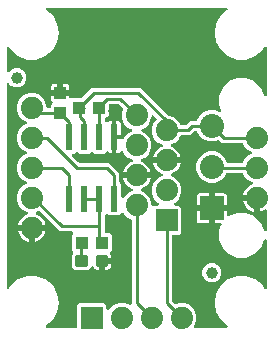
<source format=gbr>
G04 EAGLE Gerber RS-274X export*
G75*
%MOMM*%
%FSLAX34Y34*%
%LPD*%
%INTop Copper*%
%IPPOS*%
%AMOC8*
5,1,8,0,0,1.08239X$1,22.5*%
G01*
%ADD10R,0.609600X2.209800*%
%ADD11C,1.879600*%
%ADD12R,1.879600X1.879600*%
%ADD13R,2.032000X2.032000*%
%ADD14C,2.032000*%
%ADD15R,1.100000X1.000000*%
%ADD16C,0.300000*%
%ADD17R,1.000000X1.100000*%
%ADD18C,1.000000*%
%ADD19C,1.016000*%
%ADD20C,0.254000*%

G36*
X62602Y4080D02*
X62602Y4080D01*
X62721Y4087D01*
X62759Y4100D01*
X62800Y4105D01*
X62910Y4148D01*
X63023Y4185D01*
X63058Y4207D01*
X63095Y4222D01*
X63191Y4291D01*
X63292Y4355D01*
X63320Y4385D01*
X63353Y4408D01*
X63429Y4500D01*
X63510Y4587D01*
X63530Y4622D01*
X63555Y4653D01*
X63606Y4761D01*
X63664Y4865D01*
X63674Y4905D01*
X63691Y4941D01*
X63713Y5058D01*
X63743Y5173D01*
X63747Y5233D01*
X63751Y5253D01*
X63749Y5274D01*
X63753Y5334D01*
X63753Y23361D01*
X65539Y25147D01*
X86861Y25147D01*
X88647Y23361D01*
X88647Y20334D01*
X88655Y20265D01*
X88654Y20195D01*
X88675Y20107D01*
X88687Y20018D01*
X88712Y19953D01*
X88729Y19885D01*
X88771Y19806D01*
X88804Y19723D01*
X88845Y19666D01*
X88877Y19604D01*
X88938Y19538D01*
X88990Y19465D01*
X89044Y19421D01*
X89091Y19369D01*
X89166Y19320D01*
X89235Y19262D01*
X89299Y19233D01*
X89357Y19194D01*
X89442Y19165D01*
X89523Y19127D01*
X89592Y19114D01*
X89658Y19091D01*
X89747Y19084D01*
X89835Y19067D01*
X89905Y19072D01*
X89975Y19066D01*
X90063Y19081D01*
X90153Y19087D01*
X90219Y19108D01*
X90288Y19120D01*
X90370Y19157D01*
X90455Y19185D01*
X90514Y19222D01*
X90578Y19251D01*
X90648Y19307D01*
X90724Y19355D01*
X90772Y19406D01*
X90827Y19450D01*
X90880Y19521D01*
X90942Y19587D01*
X90976Y19648D01*
X91018Y19704D01*
X91034Y19736D01*
X94550Y23252D01*
X99124Y25147D01*
X104076Y25147D01*
X108226Y23428D01*
X108274Y23414D01*
X108319Y23393D01*
X108427Y23373D01*
X108533Y23344D01*
X108583Y23343D01*
X108632Y23333D01*
X108741Y23340D01*
X108851Y23339D01*
X108899Y23350D01*
X108949Y23353D01*
X109053Y23387D01*
X109160Y23413D01*
X109204Y23436D01*
X109251Y23451D01*
X109344Y23510D01*
X109441Y23561D01*
X109478Y23595D01*
X109520Y23621D01*
X109595Y23702D01*
X109677Y23775D01*
X109704Y23817D01*
X109738Y23853D01*
X109791Y23949D01*
X109851Y24041D01*
X109868Y24088D01*
X109892Y24132D01*
X109919Y24238D01*
X109955Y24342D01*
X109959Y24391D01*
X109971Y24439D01*
X109981Y24600D01*
X109981Y95419D01*
X109978Y95448D01*
X109980Y95477D01*
X109958Y95605D01*
X109941Y95734D01*
X109931Y95761D01*
X109926Y95791D01*
X109872Y95909D01*
X109824Y96030D01*
X109807Y96054D01*
X109795Y96081D01*
X109714Y96182D01*
X109638Y96287D01*
X109615Y96306D01*
X109596Y96329D01*
X109493Y96407D01*
X109393Y96490D01*
X109366Y96503D01*
X109342Y96520D01*
X109198Y96591D01*
X107250Y97398D01*
X103748Y100899D01*
X103676Y101074D01*
X103651Y101117D01*
X103635Y101164D01*
X103573Y101254D01*
X103519Y101350D01*
X103484Y101386D01*
X103456Y101427D01*
X103374Y101499D01*
X103297Y101578D01*
X103255Y101604D01*
X103218Y101637D01*
X103120Y101687D01*
X103026Y101744D01*
X102979Y101759D01*
X102934Y101782D01*
X102827Y101806D01*
X102722Y101838D01*
X102673Y101841D01*
X102624Y101851D01*
X102514Y101848D01*
X102405Y101853D01*
X102356Y101843D01*
X102306Y101842D01*
X102201Y101811D01*
X102093Y101789D01*
X102048Y101767D01*
X102001Y101753D01*
X101906Y101698D01*
X101807Y101649D01*
X101770Y101617D01*
X101727Y101592D01*
X101606Y101485D01*
X99561Y99440D01*
X90939Y99440D01*
X89797Y100582D01*
X89703Y100655D01*
X89614Y100734D01*
X89578Y100752D01*
X89546Y100777D01*
X89437Y100824D01*
X89331Y100878D01*
X89291Y100887D01*
X89254Y100903D01*
X89137Y100922D01*
X89021Y100948D01*
X88980Y100947D01*
X88940Y100953D01*
X88821Y100942D01*
X88703Y100938D01*
X88664Y100927D01*
X88624Y100923D01*
X88511Y100883D01*
X88397Y100850D01*
X88362Y100829D01*
X88324Y100816D01*
X88226Y100749D01*
X88123Y100688D01*
X88078Y100649D01*
X88061Y100637D01*
X88048Y100622D01*
X88002Y100582D01*
X87390Y99970D01*
X87330Y99892D01*
X87262Y99820D01*
X87233Y99766D01*
X87196Y99719D01*
X87156Y99628D01*
X87108Y99541D01*
X87093Y99482D01*
X87069Y99427D01*
X87054Y99329D01*
X87029Y99233D01*
X87023Y99133D01*
X87019Y99113D01*
X87021Y99100D01*
X87019Y99072D01*
X87019Y85518D01*
X87034Y85400D01*
X87041Y85281D01*
X87054Y85243D01*
X87059Y85202D01*
X87102Y85092D01*
X87139Y84979D01*
X87161Y84944D01*
X87176Y84907D01*
X87245Y84811D01*
X87309Y84710D01*
X87339Y84682D01*
X87362Y84649D01*
X87454Y84573D01*
X87541Y84492D01*
X87576Y84472D01*
X87607Y84447D01*
X87715Y84396D01*
X87819Y84338D01*
X87859Y84328D01*
X87895Y84311D01*
X88012Y84289D01*
X88127Y84259D01*
X88187Y84255D01*
X88207Y84251D01*
X88228Y84253D01*
X88288Y84249D01*
X91463Y84249D01*
X93249Y82463D01*
X93249Y69937D01*
X91861Y68549D01*
X91792Y68461D01*
X91717Y68377D01*
X91695Y68336D01*
X91666Y68298D01*
X91621Y68195D01*
X91569Y68096D01*
X91559Y68050D01*
X91540Y68006D01*
X91522Y67895D01*
X91496Y67786D01*
X91497Y67739D01*
X91490Y67692D01*
X91500Y67580D01*
X91503Y67468D01*
X91515Y67423D01*
X91520Y67376D01*
X91558Y67270D01*
X91588Y67162D01*
X91620Y67097D01*
X91627Y67076D01*
X91638Y67061D01*
X91659Y67017D01*
X92235Y66020D01*
X92511Y64992D01*
X92511Y63459D01*
X86200Y63459D01*
X86082Y63444D01*
X85963Y63437D01*
X85925Y63424D01*
X85885Y63419D01*
X85774Y63376D01*
X85661Y63339D01*
X85627Y63317D01*
X85589Y63302D01*
X85493Y63233D01*
X85392Y63169D01*
X85364Y63139D01*
X85332Y63116D01*
X85256Y63024D01*
X85174Y62937D01*
X85155Y62902D01*
X85129Y62871D01*
X85078Y62763D01*
X85021Y62659D01*
X85011Y62619D01*
X84993Y62583D01*
X84971Y62466D01*
X84941Y62351D01*
X84937Y62291D01*
X84934Y62271D01*
X84935Y62250D01*
X84931Y62190D01*
X84931Y60999D01*
X83740Y60999D01*
X83622Y60984D01*
X83503Y60977D01*
X83465Y60964D01*
X83424Y60959D01*
X83314Y60915D01*
X83201Y60879D01*
X83166Y60857D01*
X83129Y60842D01*
X83032Y60772D01*
X82932Y60709D01*
X82904Y60679D01*
X82871Y60655D01*
X82795Y60564D01*
X82714Y60477D01*
X82694Y60442D01*
X82669Y60410D01*
X82618Y60303D01*
X82560Y60198D01*
X82550Y60159D01*
X82533Y60123D01*
X82511Y60006D01*
X82481Y59890D01*
X82477Y59830D01*
X82473Y59810D01*
X82475Y59790D01*
X82471Y59730D01*
X82471Y53419D01*
X80938Y53419D01*
X79910Y53695D01*
X78989Y54227D01*
X78237Y54979D01*
X77836Y55673D01*
X77760Y55774D01*
X77689Y55877D01*
X77664Y55900D01*
X77643Y55927D01*
X77545Y56005D01*
X77451Y56088D01*
X77421Y56103D01*
X77394Y56124D01*
X77279Y56175D01*
X77167Y56233D01*
X77135Y56240D01*
X77104Y56254D01*
X76980Y56275D01*
X76857Y56302D01*
X76824Y56301D01*
X76790Y56307D01*
X76665Y56296D01*
X76539Y56293D01*
X76507Y56283D01*
X76473Y56280D01*
X76354Y56239D01*
X76234Y56204D01*
X76205Y56187D01*
X76173Y56176D01*
X76068Y56106D01*
X75960Y56043D01*
X75923Y56010D01*
X75908Y56000D01*
X75893Y55984D01*
X75839Y55936D01*
X72814Y52911D01*
X62046Y52911D01*
X59381Y55576D01*
X59381Y66344D01*
X60165Y67128D01*
X60238Y67222D01*
X60317Y67311D01*
X60335Y67347D01*
X60360Y67379D01*
X60408Y67489D01*
X60462Y67595D01*
X60470Y67634D01*
X60487Y67671D01*
X60505Y67789D01*
X60531Y67905D01*
X60530Y67945D01*
X60536Y67985D01*
X60525Y68104D01*
X60522Y68223D01*
X60510Y68262D01*
X60507Y68302D01*
X60466Y68414D01*
X60433Y68528D01*
X60413Y68563D01*
X60399Y68601D01*
X60332Y68700D01*
X60272Y68802D01*
X60232Y68848D01*
X60220Y68864D01*
X60205Y68878D01*
X60165Y68923D01*
X59151Y69937D01*
X59151Y82463D01*
X60373Y83685D01*
X60458Y83794D01*
X60547Y83901D01*
X60555Y83920D01*
X60568Y83936D01*
X60623Y84064D01*
X60682Y84189D01*
X60686Y84209D01*
X60694Y84228D01*
X60716Y84366D01*
X60742Y84502D01*
X60741Y84522D01*
X60744Y84542D01*
X60731Y84681D01*
X60722Y84819D01*
X60716Y84838D01*
X60714Y84858D01*
X60667Y84990D01*
X60624Y85121D01*
X60614Y85139D01*
X60607Y85158D01*
X60529Y85273D01*
X60454Y85390D01*
X60439Y85404D01*
X60428Y85421D01*
X60324Y85513D01*
X60223Y85608D01*
X60205Y85618D01*
X60190Y85631D01*
X60066Y85695D01*
X59944Y85762D01*
X59925Y85767D01*
X59906Y85776D01*
X59771Y85806D01*
X59636Y85841D01*
X59608Y85843D01*
X59596Y85846D01*
X59576Y85845D01*
X59475Y85851D01*
X49011Y85851D01*
X46110Y88753D01*
X32105Y102757D01*
X32082Y102775D01*
X32063Y102798D01*
X31957Y102872D01*
X31854Y102952D01*
X31827Y102964D01*
X31803Y102981D01*
X31682Y103027D01*
X31562Y103078D01*
X31533Y103083D01*
X31505Y103093D01*
X31376Y103108D01*
X31248Y103128D01*
X31219Y103125D01*
X31189Y103129D01*
X31061Y103111D01*
X30931Y103098D01*
X30904Y103088D01*
X30874Y103084D01*
X30722Y103032D01*
X29425Y102495D01*
X29399Y102480D01*
X29370Y102471D01*
X29261Y102401D01*
X29148Y102337D01*
X29127Y102316D01*
X29102Y102300D01*
X29013Y102206D01*
X28920Y102116D01*
X28904Y102091D01*
X28884Y102069D01*
X28821Y101955D01*
X28754Y101845D01*
X28745Y101816D01*
X28731Y101790D01*
X28698Y101664D01*
X28660Y101541D01*
X28659Y101511D01*
X28651Y101482D01*
X28651Y101352D01*
X28645Y101223D01*
X28651Y101194D01*
X28651Y101164D01*
X28683Y101038D01*
X28709Y100912D01*
X28722Y100885D01*
X28730Y100856D01*
X28792Y100742D01*
X28849Y100626D01*
X28868Y100603D01*
X28883Y100577D01*
X28971Y100483D01*
X29055Y100384D01*
X29080Y100367D01*
X29100Y100345D01*
X29210Y100276D01*
X29315Y100201D01*
X29343Y100190D01*
X29369Y100174D01*
X29518Y100115D01*
X29983Y99964D01*
X31657Y99111D01*
X33178Y98006D01*
X34506Y96678D01*
X35611Y95157D01*
X36464Y93483D01*
X37045Y91696D01*
X37085Y91439D01*
X26670Y91439D01*
X26552Y91424D01*
X26433Y91417D01*
X26395Y91404D01*
X26355Y91399D01*
X26244Y91356D01*
X26131Y91319D01*
X26097Y91297D01*
X26059Y91282D01*
X25963Y91212D01*
X25862Y91149D01*
X25834Y91119D01*
X25802Y91095D01*
X25726Y91004D01*
X25644Y90917D01*
X25625Y90882D01*
X25599Y90851D01*
X25548Y90743D01*
X25491Y90639D01*
X25480Y90599D01*
X25463Y90563D01*
X25441Y90446D01*
X25411Y90331D01*
X25407Y90270D01*
X25403Y90250D01*
X25405Y90230D01*
X25401Y90170D01*
X25401Y88899D01*
X25399Y88899D01*
X25399Y90170D01*
X25384Y90288D01*
X25377Y90407D01*
X25364Y90445D01*
X25359Y90485D01*
X25315Y90596D01*
X25279Y90709D01*
X25257Y90744D01*
X25242Y90781D01*
X25172Y90877D01*
X25109Y90978D01*
X25079Y91006D01*
X25055Y91039D01*
X24964Y91114D01*
X24877Y91196D01*
X24842Y91216D01*
X24810Y91241D01*
X24703Y91292D01*
X24598Y91350D01*
X24559Y91360D01*
X24523Y91377D01*
X24406Y91399D01*
X24291Y91429D01*
X24230Y91433D01*
X24210Y91437D01*
X24190Y91435D01*
X24130Y91439D01*
X13715Y91439D01*
X13755Y91696D01*
X14336Y93483D01*
X15189Y95157D01*
X16294Y96678D01*
X17622Y98006D01*
X19143Y99111D01*
X20817Y99964D01*
X21282Y100115D01*
X21309Y100128D01*
X21338Y100135D01*
X21452Y100195D01*
X21570Y100250D01*
X21593Y100269D01*
X21619Y100283D01*
X21715Y100370D01*
X21815Y100453D01*
X21832Y100477D01*
X21854Y100497D01*
X21926Y100606D01*
X22002Y100710D01*
X22013Y100738D01*
X22029Y100763D01*
X22071Y100886D01*
X22119Y101006D01*
X22123Y101036D01*
X22132Y101064D01*
X22143Y101193D01*
X22159Y101321D01*
X22155Y101351D01*
X22158Y101381D01*
X22135Y101509D01*
X22119Y101637D01*
X22108Y101665D01*
X22103Y101694D01*
X22050Y101812D01*
X22002Y101933D01*
X21985Y101957D01*
X21973Y101984D01*
X21892Y102085D01*
X21816Y102190D01*
X21793Y102209D01*
X21774Y102233D01*
X21670Y102311D01*
X21571Y102393D01*
X21544Y102406D01*
X21520Y102424D01*
X21375Y102495D01*
X18350Y103748D01*
X14848Y107250D01*
X12953Y111824D01*
X12953Y116776D01*
X14848Y121350D01*
X18350Y124852D01*
X20705Y125827D01*
X20825Y125896D01*
X20948Y125961D01*
X20963Y125975D01*
X20981Y125985D01*
X21081Y126082D01*
X21184Y126175D01*
X21195Y126192D01*
X21209Y126206D01*
X21282Y126325D01*
X21358Y126441D01*
X21365Y126460D01*
X21376Y126477D01*
X21416Y126610D01*
X21462Y126742D01*
X21463Y126762D01*
X21469Y126781D01*
X21476Y126920D01*
X21487Y127059D01*
X21483Y127079D01*
X21484Y127099D01*
X21456Y127235D01*
X21432Y127372D01*
X21424Y127391D01*
X21420Y127410D01*
X21359Y127536D01*
X21302Y127662D01*
X21289Y127678D01*
X21280Y127696D01*
X21190Y127802D01*
X21103Y127910D01*
X21087Y127923D01*
X21074Y127938D01*
X20960Y128018D01*
X20849Y128102D01*
X20824Y128114D01*
X20814Y128121D01*
X20795Y128128D01*
X20705Y128173D01*
X18350Y129148D01*
X14848Y132650D01*
X12953Y137224D01*
X12953Y142176D01*
X14848Y146750D01*
X18350Y150252D01*
X20705Y151227D01*
X20825Y151296D01*
X20948Y151361D01*
X20963Y151375D01*
X20981Y151385D01*
X21081Y151482D01*
X21184Y151575D01*
X21195Y151592D01*
X21209Y151606D01*
X21282Y151725D01*
X21358Y151841D01*
X21365Y151860D01*
X21376Y151877D01*
X21416Y152010D01*
X21462Y152142D01*
X21463Y152162D01*
X21469Y152181D01*
X21476Y152320D01*
X21487Y152459D01*
X21483Y152479D01*
X21484Y152499D01*
X21456Y152635D01*
X21432Y152772D01*
X21424Y152791D01*
X21420Y152810D01*
X21359Y152936D01*
X21302Y153062D01*
X21289Y153078D01*
X21280Y153096D01*
X21190Y153202D01*
X21103Y153310D01*
X21087Y153323D01*
X21074Y153338D01*
X20960Y153418D01*
X20849Y153502D01*
X20824Y153514D01*
X20814Y153521D01*
X20795Y153528D01*
X20705Y153573D01*
X18350Y154548D01*
X14848Y158050D01*
X12953Y162624D01*
X12953Y167576D01*
X14848Y172150D01*
X18350Y175652D01*
X20705Y176627D01*
X20825Y176696D01*
X20948Y176761D01*
X20963Y176775D01*
X20981Y176785D01*
X21081Y176882D01*
X21184Y176975D01*
X21195Y176992D01*
X21209Y177006D01*
X21282Y177125D01*
X21358Y177241D01*
X21365Y177260D01*
X21376Y177277D01*
X21416Y177410D01*
X21462Y177542D01*
X21463Y177562D01*
X21469Y177581D01*
X21476Y177720D01*
X21487Y177859D01*
X21483Y177879D01*
X21484Y177899D01*
X21456Y178035D01*
X21432Y178172D01*
X21424Y178191D01*
X21420Y178210D01*
X21359Y178336D01*
X21302Y178462D01*
X21289Y178478D01*
X21280Y178496D01*
X21190Y178602D01*
X21103Y178710D01*
X21087Y178723D01*
X21074Y178738D01*
X20960Y178818D01*
X20849Y178902D01*
X20824Y178914D01*
X20814Y178921D01*
X20795Y178928D01*
X20705Y178973D01*
X18350Y179948D01*
X14848Y183450D01*
X12953Y188024D01*
X12953Y192976D01*
X14848Y197550D01*
X18350Y201052D01*
X22924Y202947D01*
X27876Y202947D01*
X32450Y201052D01*
X35952Y197550D01*
X37847Y192976D01*
X37847Y191398D01*
X37862Y191280D01*
X37869Y191161D01*
X37882Y191123D01*
X37887Y191082D01*
X37930Y190972D01*
X37967Y190859D01*
X37989Y190824D01*
X38004Y190787D01*
X38073Y190691D01*
X38137Y190590D01*
X38167Y190562D01*
X38190Y190529D01*
X38282Y190453D01*
X38369Y190372D01*
X38404Y190352D01*
X38435Y190327D01*
X38543Y190276D01*
X38647Y190218D01*
X38687Y190208D01*
X38723Y190191D01*
X38840Y190169D01*
X38955Y190139D01*
X39015Y190135D01*
X39035Y190131D01*
X39056Y190133D01*
X39116Y190129D01*
X40212Y190129D01*
X40330Y190144D01*
X40449Y190151D01*
X40487Y190164D01*
X40528Y190169D01*
X40638Y190212D01*
X40751Y190249D01*
X40786Y190271D01*
X40823Y190286D01*
X40919Y190355D01*
X41020Y190419D01*
X41048Y190449D01*
X41081Y190472D01*
X41157Y190564D01*
X41238Y190651D01*
X41258Y190686D01*
X41283Y190717D01*
X41334Y190825D01*
X41392Y190929D01*
X41402Y190969D01*
X41419Y191005D01*
X41441Y191122D01*
X41471Y191237D01*
X41475Y191297D01*
X41479Y191317D01*
X41477Y191338D01*
X41481Y191398D01*
X41481Y192573D01*
X42680Y193772D01*
X42753Y193866D01*
X42832Y193955D01*
X42850Y193991D01*
X42875Y194023D01*
X42922Y194132D01*
X42977Y194238D01*
X42985Y194278D01*
X43001Y194315D01*
X43020Y194433D01*
X43046Y194549D01*
X43045Y194589D01*
X43051Y194629D01*
X43040Y194748D01*
X43037Y194866D01*
X43025Y194905D01*
X43021Y194946D01*
X42981Y195058D01*
X42948Y195172D01*
X42928Y195207D01*
X42914Y195245D01*
X42847Y195343D01*
X42787Y195446D01*
X42747Y195491D01*
X42735Y195508D01*
X42720Y195521D01*
X42680Y195567D01*
X42497Y195750D01*
X42162Y196329D01*
X41989Y196976D01*
X41989Y200311D01*
X48300Y200311D01*
X48418Y200326D01*
X48537Y200333D01*
X48575Y200345D01*
X48615Y200351D01*
X48726Y200394D01*
X48839Y200431D01*
X48873Y200453D01*
X48911Y200468D01*
X49007Y200537D01*
X49108Y200601D01*
X49136Y200631D01*
X49168Y200654D01*
X49244Y200746D01*
X49326Y200833D01*
X49345Y200868D01*
X49371Y200899D01*
X49422Y201007D01*
X49479Y201111D01*
X49489Y201151D01*
X49507Y201187D01*
X49527Y201294D01*
X49531Y201264D01*
X49575Y201154D01*
X49611Y201041D01*
X49633Y201006D01*
X49648Y200969D01*
X49718Y200872D01*
X49781Y200772D01*
X49811Y200744D01*
X49835Y200711D01*
X49926Y200635D01*
X50013Y200554D01*
X50048Y200534D01*
X50080Y200509D01*
X50187Y200458D01*
X50292Y200400D01*
X50331Y200390D01*
X50367Y200373D01*
X50484Y200351D01*
X50600Y200321D01*
X50660Y200317D01*
X50680Y200313D01*
X50700Y200315D01*
X50760Y200311D01*
X57071Y200311D01*
X57071Y199818D01*
X57086Y199700D01*
X57093Y199581D01*
X57106Y199543D01*
X57111Y199502D01*
X57154Y199392D01*
X57191Y199279D01*
X57213Y199244D01*
X57228Y199207D01*
X57297Y199111D01*
X57361Y199010D01*
X57391Y198982D01*
X57414Y198949D01*
X57506Y198873D01*
X57593Y198792D01*
X57628Y198772D01*
X57659Y198747D01*
X57767Y198696D01*
X57871Y198638D01*
X57911Y198628D01*
X57947Y198611D01*
X58064Y198589D01*
X58179Y198559D01*
X58239Y198555D01*
X58259Y198551D01*
X58280Y198553D01*
X58340Y198549D01*
X66575Y198549D01*
X66674Y198561D01*
X66773Y198564D01*
X66831Y198581D01*
X66891Y198589D01*
X66983Y198625D01*
X67078Y198653D01*
X67130Y198683D01*
X67187Y198706D01*
X67267Y198764D01*
X67352Y198814D01*
X67427Y198880D01*
X67444Y198892D01*
X67452Y198902D01*
X67473Y198920D01*
X76071Y207519D01*
X117359Y207519D01*
X140609Y184268D01*
X140687Y184208D01*
X140760Y184140D01*
X140813Y184111D01*
X140860Y184074D01*
X140951Y184034D01*
X141038Y183986D01*
X141097Y183971D01*
X141152Y183947D01*
X141250Y183932D01*
X141346Y183907D01*
X141446Y183901D01*
X141466Y183897D01*
X141479Y183899D01*
X141507Y183897D01*
X142176Y183897D01*
X146750Y182002D01*
X150252Y178500D01*
X151059Y176552D01*
X151073Y176527D01*
X151083Y176499D01*
X151152Y176389D01*
X151216Y176276D01*
X151237Y176255D01*
X151253Y176230D01*
X151347Y176141D01*
X151438Y176048D01*
X151463Y176032D01*
X151484Y176012D01*
X151598Y175949D01*
X151709Y175881D01*
X151737Y175873D01*
X151763Y175858D01*
X151889Y175826D01*
X152013Y175788D01*
X152042Y175786D01*
X152071Y175779D01*
X152231Y175769D01*
X155165Y175769D01*
X155264Y175781D01*
X155363Y175784D01*
X155421Y175801D01*
X155481Y175809D01*
X155573Y175845D01*
X155668Y175873D01*
X155720Y175903D01*
X155777Y175926D01*
X155857Y175984D01*
X155942Y176034D01*
X156017Y176100D01*
X156034Y176112D01*
X156042Y176122D01*
X156063Y176140D01*
X159651Y179729D01*
X164444Y179729D01*
X164473Y179732D01*
X164502Y179730D01*
X164630Y179752D01*
X164759Y179769D01*
X164787Y179779D01*
X164816Y179784D01*
X164934Y179838D01*
X165055Y179886D01*
X165079Y179903D01*
X165106Y179915D01*
X165207Y179996D01*
X165312Y180072D01*
X165331Y180095D01*
X165354Y180114D01*
X165432Y180217D01*
X165515Y180317D01*
X165528Y180344D01*
X165545Y180368D01*
X165616Y180512D01*
X166602Y182892D01*
X170318Y186608D01*
X175173Y188619D01*
X180427Y188619D01*
X184313Y187009D01*
X184447Y186973D01*
X184580Y186932D01*
X184600Y186931D01*
X184619Y186925D01*
X184759Y186923D01*
X184897Y186917D01*
X184917Y186921D01*
X184937Y186920D01*
X185073Y186953D01*
X185209Y186981D01*
X185227Y186990D01*
X185247Y186995D01*
X185369Y187060D01*
X185494Y187121D01*
X185510Y187134D01*
X185528Y187143D01*
X185631Y187237D01*
X185736Y187327D01*
X185748Y187344D01*
X185763Y187357D01*
X185839Y187473D01*
X185920Y187587D01*
X185927Y187606D01*
X185938Y187623D01*
X185983Y187754D01*
X186032Y187884D01*
X186034Y187905D01*
X186041Y187924D01*
X186052Y188062D01*
X186067Y188201D01*
X186065Y188221D01*
X186066Y188241D01*
X186042Y188378D01*
X186023Y188515D01*
X186014Y188542D01*
X186012Y188554D01*
X186003Y188573D01*
X185971Y188668D01*
X184151Y193061D01*
X184151Y200639D01*
X187051Y207640D01*
X192410Y212999D01*
X199411Y215899D01*
X206989Y215899D01*
X213990Y212999D01*
X219349Y207640D01*
X222093Y201014D01*
X222128Y200953D01*
X222154Y200889D01*
X222206Y200816D01*
X222251Y200738D01*
X222299Y200688D01*
X222340Y200631D01*
X222410Y200574D01*
X222472Y200509D01*
X222532Y200473D01*
X222585Y200428D01*
X222667Y200390D01*
X222743Y200343D01*
X222810Y200323D01*
X222873Y200293D01*
X222961Y200276D01*
X223047Y200250D01*
X223117Y200246D01*
X223186Y200233D01*
X223275Y200239D01*
X223365Y200234D01*
X223433Y200248D01*
X223503Y200253D01*
X223588Y200280D01*
X223676Y200299D01*
X223739Y200329D01*
X223805Y200351D01*
X223881Y200399D01*
X223962Y200438D01*
X224015Y200484D01*
X224074Y200521D01*
X224136Y200586D01*
X224204Y200645D01*
X224244Y200702D01*
X224292Y200753D01*
X224335Y200831D01*
X224387Y200905D01*
X224412Y200970D01*
X224446Y201031D01*
X224468Y201118D01*
X224500Y201202D01*
X224508Y201272D01*
X224525Y201339D01*
X224535Y201500D01*
X224535Y241003D01*
X224517Y241148D01*
X224502Y241293D01*
X224497Y241306D01*
X224495Y241319D01*
X224442Y241454D01*
X224391Y241591D01*
X224383Y241602D01*
X224378Y241615D01*
X224293Y241732D01*
X224210Y241852D01*
X224199Y241861D01*
X224192Y241872D01*
X224080Y241965D01*
X223969Y242060D01*
X223957Y242066D01*
X223947Y242075D01*
X223815Y242137D01*
X223684Y242202D01*
X223671Y242205D01*
X223659Y242210D01*
X223517Y242238D01*
X223373Y242268D01*
X223360Y242268D01*
X223347Y242270D01*
X223202Y242261D01*
X223056Y242255D01*
X223042Y242251D01*
X223029Y242250D01*
X222891Y242206D01*
X222751Y242163D01*
X222739Y242156D01*
X222727Y242152D01*
X222604Y242075D01*
X222479Y241999D01*
X222469Y241989D01*
X222458Y241982D01*
X222358Y241876D01*
X222256Y241772D01*
X222246Y241757D01*
X222240Y241751D01*
X222232Y241736D01*
X222167Y241638D01*
X220785Y239245D01*
X214678Y234120D01*
X207186Y231393D01*
X199214Y231393D01*
X191722Y234120D01*
X185615Y239244D01*
X181629Y246149D01*
X180245Y254000D01*
X181629Y261851D01*
X185615Y268755D01*
X190785Y273094D01*
X190809Y273120D01*
X190838Y273140D01*
X190917Y273236D01*
X191001Y273327D01*
X191018Y273358D01*
X191041Y273385D01*
X191094Y273498D01*
X191153Y273607D01*
X191161Y273641D01*
X191176Y273673D01*
X191199Y273795D01*
X191230Y273915D01*
X191229Y273951D01*
X191236Y273986D01*
X191228Y274109D01*
X191227Y274233D01*
X191218Y274268D01*
X191216Y274303D01*
X191178Y274421D01*
X191146Y274541D01*
X191129Y274572D01*
X191118Y274605D01*
X191052Y274710D01*
X190991Y274819D01*
X190967Y274844D01*
X190948Y274874D01*
X190858Y274959D01*
X190772Y275049D01*
X190742Y275068D01*
X190716Y275092D01*
X190608Y275152D01*
X190503Y275218D01*
X190469Y275229D01*
X190438Y275246D01*
X190318Y275277D01*
X190200Y275314D01*
X190164Y275316D01*
X190130Y275325D01*
X189969Y275335D01*
X38631Y275335D01*
X38595Y275331D01*
X38560Y275333D01*
X38438Y275311D01*
X38315Y275295D01*
X38282Y275282D01*
X38247Y275276D01*
X38135Y275224D01*
X38019Y275178D01*
X37991Y275158D01*
X37959Y275143D01*
X37862Y275064D01*
X37762Y274992D01*
X37739Y274964D01*
X37712Y274942D01*
X37639Y274842D01*
X37559Y274747D01*
X37544Y274715D01*
X37523Y274686D01*
X37477Y274571D01*
X37424Y274459D01*
X37417Y274424D01*
X37404Y274391D01*
X37387Y274268D01*
X37364Y274147D01*
X37366Y274111D01*
X37361Y274076D01*
X37376Y273953D01*
X37384Y273829D01*
X37395Y273795D01*
X37399Y273760D01*
X37444Y273644D01*
X37482Y273527D01*
X37501Y273497D01*
X37513Y273464D01*
X37586Y273363D01*
X37652Y273258D01*
X37678Y273234D01*
X37698Y273205D01*
X37815Y273094D01*
X42985Y268756D01*
X46971Y261851D01*
X48355Y254000D01*
X46971Y246149D01*
X42985Y239245D01*
X36878Y234120D01*
X29386Y231393D01*
X21414Y231393D01*
X13922Y234120D01*
X7815Y239244D01*
X6433Y241638D01*
X6345Y241754D01*
X6260Y241872D01*
X6249Y241881D01*
X6241Y241891D01*
X6127Y241982D01*
X6015Y242075D01*
X6002Y242081D01*
X5992Y242089D01*
X5858Y242149D01*
X5727Y242210D01*
X5714Y242213D01*
X5701Y242218D01*
X5557Y242243D01*
X5414Y242270D01*
X5401Y242269D01*
X5388Y242272D01*
X5242Y242259D01*
X5097Y242250D01*
X5084Y242246D01*
X5071Y242245D01*
X4933Y242197D01*
X4795Y242152D01*
X4783Y242145D01*
X4770Y242141D01*
X4649Y242060D01*
X4526Y241982D01*
X4517Y241972D01*
X4505Y241965D01*
X4408Y241857D01*
X4308Y241751D01*
X4301Y241739D01*
X4292Y241729D01*
X4225Y241599D01*
X4154Y241472D01*
X4151Y241459D01*
X4145Y241447D01*
X4111Y241305D01*
X4075Y241164D01*
X4074Y241146D01*
X4072Y241137D01*
X4072Y241120D01*
X4065Y241003D01*
X4065Y221712D01*
X4082Y221574D01*
X4095Y221435D01*
X4102Y221416D01*
X4105Y221396D01*
X4156Y221267D01*
X4203Y221136D01*
X4214Y221119D01*
X4222Y221100D01*
X4303Y220988D01*
X4381Y220873D01*
X4397Y220859D01*
X4408Y220843D01*
X4516Y220754D01*
X4620Y220662D01*
X4638Y220653D01*
X4653Y220640D01*
X4779Y220581D01*
X4903Y220518D01*
X4923Y220513D01*
X4941Y220505D01*
X5077Y220479D01*
X5213Y220448D01*
X5234Y220449D01*
X5253Y220445D01*
X5392Y220454D01*
X5531Y220458D01*
X5551Y220463D01*
X5571Y220465D01*
X5703Y220507D01*
X5837Y220546D01*
X5854Y220556D01*
X5873Y220563D01*
X5991Y220637D01*
X6111Y220708D01*
X6132Y220726D01*
X6142Y220733D01*
X6156Y220748D01*
X6231Y220814D01*
X8141Y222723D01*
X11099Y223949D01*
X14301Y223949D01*
X17259Y222723D01*
X19523Y220459D01*
X20749Y217501D01*
X20749Y214299D01*
X19523Y211341D01*
X17259Y209077D01*
X14301Y207851D01*
X11099Y207851D01*
X8141Y209077D01*
X6231Y210986D01*
X6122Y211071D01*
X6015Y211160D01*
X5996Y211168D01*
X5980Y211181D01*
X5852Y211236D01*
X5727Y211295D01*
X5707Y211299D01*
X5688Y211307D01*
X5550Y211329D01*
X5414Y211355D01*
X5394Y211354D01*
X5374Y211357D01*
X5235Y211344D01*
X5097Y211335D01*
X5078Y211329D01*
X5058Y211327D01*
X4926Y211280D01*
X4795Y211237D01*
X4777Y211226D01*
X4758Y211220D01*
X4643Y211142D01*
X4526Y211067D01*
X4512Y211052D01*
X4495Y211041D01*
X4403Y210937D01*
X4308Y210836D01*
X4298Y210818D01*
X4285Y210803D01*
X4221Y210678D01*
X4154Y210557D01*
X4149Y210537D01*
X4140Y210519D01*
X4110Y210384D01*
X4075Y210249D01*
X4073Y210221D01*
X4070Y210209D01*
X4071Y210189D01*
X4065Y210088D01*
X4065Y38397D01*
X4083Y38252D01*
X4098Y38107D01*
X4103Y38094D01*
X4105Y38081D01*
X4158Y37946D01*
X4209Y37809D01*
X4217Y37798D01*
X4222Y37785D01*
X4307Y37668D01*
X4390Y37548D01*
X4401Y37539D01*
X4408Y37528D01*
X4521Y37435D01*
X4631Y37340D01*
X4643Y37334D01*
X4653Y37325D01*
X4785Y37263D01*
X4916Y37198D01*
X4929Y37195D01*
X4941Y37190D01*
X5083Y37162D01*
X5227Y37132D01*
X5240Y37132D01*
X5253Y37130D01*
X5398Y37139D01*
X5544Y37145D01*
X5558Y37149D01*
X5571Y37150D01*
X5709Y37194D01*
X5849Y37237D01*
X5861Y37244D01*
X5873Y37248D01*
X5996Y37325D01*
X6121Y37401D01*
X6131Y37411D01*
X6142Y37418D01*
X6242Y37524D01*
X6344Y37628D01*
X6354Y37643D01*
X6360Y37649D01*
X6368Y37664D01*
X6433Y37762D01*
X7815Y40155D01*
X13922Y45280D01*
X21414Y48007D01*
X29386Y48007D01*
X36878Y45280D01*
X42985Y40156D01*
X46971Y33251D01*
X48355Y25400D01*
X46971Y17549D01*
X42985Y10645D01*
X37815Y6306D01*
X37791Y6280D01*
X37762Y6260D01*
X37683Y6164D01*
X37599Y6073D01*
X37582Y6042D01*
X37559Y6015D01*
X37506Y5902D01*
X37447Y5793D01*
X37439Y5759D01*
X37424Y5727D01*
X37401Y5605D01*
X37370Y5485D01*
X37371Y5449D01*
X37364Y5414D01*
X37372Y5291D01*
X37373Y5167D01*
X37382Y5132D01*
X37384Y5097D01*
X37422Y4979D01*
X37454Y4859D01*
X37471Y4828D01*
X37482Y4795D01*
X37548Y4690D01*
X37609Y4581D01*
X37633Y4556D01*
X37652Y4526D01*
X37742Y4441D01*
X37828Y4351D01*
X37858Y4332D01*
X37884Y4308D01*
X37992Y4248D01*
X38097Y4182D01*
X38131Y4171D01*
X38162Y4154D01*
X38282Y4123D01*
X38400Y4086D01*
X38436Y4084D01*
X38470Y4075D01*
X38631Y4065D01*
X62484Y4065D01*
X62602Y4080D01*
G37*
G36*
X190005Y4069D02*
X190005Y4069D01*
X190040Y4067D01*
X190162Y4089D01*
X190285Y4105D01*
X190318Y4118D01*
X190353Y4124D01*
X190465Y4176D01*
X190581Y4222D01*
X190609Y4242D01*
X190641Y4257D01*
X190738Y4336D01*
X190838Y4408D01*
X190861Y4436D01*
X190888Y4458D01*
X190961Y4558D01*
X191041Y4653D01*
X191056Y4685D01*
X191077Y4714D01*
X191123Y4829D01*
X191176Y4941D01*
X191183Y4976D01*
X191196Y5009D01*
X191213Y5132D01*
X191236Y5253D01*
X191234Y5289D01*
X191239Y5324D01*
X191224Y5447D01*
X191216Y5571D01*
X191205Y5605D01*
X191201Y5640D01*
X191156Y5756D01*
X191118Y5873D01*
X191099Y5903D01*
X191087Y5936D01*
X191014Y6037D01*
X190948Y6142D01*
X190922Y6166D01*
X190902Y6195D01*
X190785Y6306D01*
X185615Y10644D01*
X181629Y17549D01*
X180245Y25400D01*
X181629Y33251D01*
X185615Y40155D01*
X191722Y45280D01*
X199214Y48007D01*
X207186Y48007D01*
X214678Y45280D01*
X220785Y40155D01*
X222167Y37762D01*
X222255Y37646D01*
X222340Y37528D01*
X222351Y37519D01*
X222359Y37509D01*
X222473Y37418D01*
X222585Y37325D01*
X222598Y37319D01*
X222608Y37311D01*
X222742Y37251D01*
X222873Y37190D01*
X222886Y37187D01*
X222899Y37182D01*
X223043Y37157D01*
X223186Y37130D01*
X223199Y37131D01*
X223212Y37128D01*
X223358Y37141D01*
X223503Y37150D01*
X223516Y37154D01*
X223529Y37155D01*
X223667Y37203D01*
X223805Y37248D01*
X223817Y37255D01*
X223830Y37259D01*
X223951Y37340D01*
X224074Y37418D01*
X224083Y37428D01*
X224095Y37435D01*
X224192Y37543D01*
X224292Y37649D01*
X224299Y37661D01*
X224308Y37671D01*
X224375Y37801D01*
X224446Y37928D01*
X224449Y37941D01*
X224455Y37953D01*
X224489Y38095D01*
X224525Y38236D01*
X224526Y38254D01*
X224528Y38263D01*
X224528Y38280D01*
X224535Y38397D01*
X224535Y77900D01*
X224527Y77969D01*
X224528Y78039D01*
X224507Y78127D01*
X224495Y78216D01*
X224470Y78281D01*
X224453Y78349D01*
X224411Y78428D01*
X224378Y78511D01*
X224337Y78568D01*
X224305Y78630D01*
X224244Y78696D01*
X224192Y78769D01*
X224138Y78813D01*
X224091Y78865D01*
X224016Y78914D01*
X223947Y78972D01*
X223883Y79001D01*
X223825Y79040D01*
X223740Y79069D01*
X223659Y79107D01*
X223590Y79120D01*
X223524Y79143D01*
X223435Y79150D01*
X223347Y79167D01*
X223277Y79163D01*
X223207Y79168D01*
X223119Y79153D01*
X223029Y79147D01*
X222963Y79126D01*
X222894Y79114D01*
X222812Y79077D01*
X222727Y79049D01*
X222668Y79012D01*
X222604Y78983D01*
X222534Y78927D01*
X222458Y78879D01*
X222410Y78828D01*
X222356Y78785D01*
X222301Y78713D01*
X222240Y78647D01*
X222206Y78586D01*
X222164Y78530D01*
X222093Y78386D01*
X219349Y71760D01*
X213990Y66401D01*
X206989Y63501D01*
X199411Y63501D01*
X192410Y66401D01*
X187051Y71760D01*
X184151Y78761D01*
X184151Y86339D01*
X186063Y90954D01*
X186076Y91002D01*
X186097Y91047D01*
X186118Y91155D01*
X186147Y91261D01*
X186148Y91311D01*
X186157Y91360D01*
X186150Y91469D01*
X186152Y91579D01*
X186140Y91627D01*
X186137Y91677D01*
X186103Y91781D01*
X186078Y91888D01*
X186055Y91932D01*
X186039Y91979D01*
X185980Y92072D01*
X185929Y92169D01*
X185896Y92206D01*
X185869Y92248D01*
X185789Y92323D01*
X185715Y92405D01*
X185674Y92432D01*
X185637Y92466D01*
X185541Y92519D01*
X185449Y92579D01*
X185402Y92596D01*
X185359Y92620D01*
X185253Y92647D01*
X185149Y92683D01*
X185099Y92687D01*
X185051Y92699D01*
X184890Y92709D01*
X180339Y92709D01*
X180339Y102871D01*
X190501Y102871D01*
X190501Y99808D01*
X190507Y99758D01*
X190505Y99709D01*
X190527Y99601D01*
X190541Y99492D01*
X190559Y99446D01*
X190569Y99397D01*
X190617Y99298D01*
X190658Y99196D01*
X190687Y99156D01*
X190709Y99112D01*
X190780Y99028D01*
X190844Y98939D01*
X190883Y98907D01*
X190915Y98870D01*
X191005Y98806D01*
X191089Y98736D01*
X191134Y98715D01*
X191175Y98686D01*
X191278Y98647D01*
X191377Y98601D01*
X191426Y98591D01*
X191472Y98574D01*
X191582Y98562D01*
X191689Y98541D01*
X191739Y98544D01*
X191788Y98538D01*
X191897Y98554D01*
X192007Y98561D01*
X192054Y98576D01*
X192103Y98583D01*
X192256Y98635D01*
X199411Y101599D01*
X206989Y101599D01*
X213990Y98699D01*
X219349Y93340D01*
X222093Y86714D01*
X222128Y86653D01*
X222154Y86589D01*
X222206Y86516D01*
X222251Y86438D01*
X222299Y86388D01*
X222340Y86331D01*
X222410Y86274D01*
X222472Y86209D01*
X222532Y86173D01*
X222585Y86128D01*
X222667Y86090D01*
X222743Y86043D01*
X222810Y86023D01*
X222873Y85993D01*
X222961Y85976D01*
X223047Y85950D01*
X223117Y85946D01*
X223186Y85933D01*
X223275Y85939D01*
X223365Y85934D01*
X223433Y85948D01*
X223503Y85953D01*
X223588Y85980D01*
X223676Y85999D01*
X223739Y86029D01*
X223805Y86051D01*
X223881Y86099D01*
X223962Y86138D01*
X224015Y86184D01*
X224074Y86221D01*
X224136Y86286D01*
X224204Y86345D01*
X224244Y86402D01*
X224292Y86453D01*
X224335Y86531D01*
X224387Y86605D01*
X224412Y86670D01*
X224446Y86731D01*
X224468Y86818D01*
X224500Y86902D01*
X224508Y86972D01*
X224525Y87039D01*
X224535Y87200D01*
X224535Y103326D01*
X224530Y103365D01*
X224533Y103405D01*
X224510Y103523D01*
X224495Y103641D01*
X224481Y103678D01*
X224473Y103717D01*
X224422Y103826D01*
X224378Y103937D01*
X224355Y103969D01*
X224338Y104005D01*
X224262Y104097D01*
X224192Y104194D01*
X224161Y104220D01*
X224136Y104250D01*
X224039Y104321D01*
X223947Y104397D01*
X223911Y104414D01*
X223878Y104438D01*
X223767Y104482D01*
X223659Y104533D01*
X223620Y104540D01*
X223583Y104555D01*
X223464Y104570D01*
X223347Y104592D01*
X223307Y104590D01*
X223267Y104595D01*
X223148Y104580D01*
X223029Y104573D01*
X222991Y104560D01*
X222952Y104555D01*
X222840Y104512D01*
X222727Y104475D01*
X222693Y104453D01*
X222656Y104439D01*
X222520Y104353D01*
X222157Y104089D01*
X220483Y103236D01*
X218696Y102655D01*
X218439Y102615D01*
X218439Y113030D01*
X218424Y113148D01*
X218417Y113267D01*
X218404Y113305D01*
X218399Y113345D01*
X218356Y113456D01*
X218319Y113569D01*
X218297Y113603D01*
X218282Y113641D01*
X218212Y113737D01*
X218149Y113838D01*
X218119Y113866D01*
X218095Y113898D01*
X218004Y113974D01*
X217917Y114056D01*
X217882Y114075D01*
X217851Y114101D01*
X217743Y114152D01*
X217639Y114209D01*
X217599Y114220D01*
X217563Y114237D01*
X217446Y114259D01*
X217331Y114289D01*
X217270Y114293D01*
X217250Y114297D01*
X217230Y114295D01*
X217170Y114299D01*
X215899Y114299D01*
X215899Y115570D01*
X215884Y115688D01*
X215877Y115807D01*
X215864Y115845D01*
X215859Y115885D01*
X215815Y115996D01*
X215779Y116109D01*
X215757Y116144D01*
X215742Y116181D01*
X215672Y116277D01*
X215609Y116378D01*
X215579Y116406D01*
X215555Y116439D01*
X215464Y116514D01*
X215377Y116596D01*
X215342Y116616D01*
X215310Y116641D01*
X215203Y116692D01*
X215098Y116750D01*
X215059Y116760D01*
X215023Y116777D01*
X214906Y116799D01*
X214791Y116829D01*
X214730Y116833D01*
X214710Y116837D01*
X214690Y116835D01*
X214630Y116839D01*
X204215Y116839D01*
X204255Y117096D01*
X204836Y118883D01*
X205689Y120557D01*
X206794Y122078D01*
X208122Y123406D01*
X209643Y124511D01*
X211317Y125364D01*
X211782Y125515D01*
X211809Y125528D01*
X211838Y125535D01*
X211953Y125595D01*
X212070Y125650D01*
X212093Y125669D01*
X212119Y125683D01*
X212215Y125771D01*
X212315Y125853D01*
X212332Y125877D01*
X212354Y125897D01*
X212425Y126006D01*
X212502Y126110D01*
X212513Y126138D01*
X212529Y126163D01*
X212571Y126285D01*
X212619Y126406D01*
X212623Y126436D01*
X212632Y126464D01*
X212643Y126593D01*
X212659Y126722D01*
X212655Y126751D01*
X212658Y126781D01*
X212635Y126909D01*
X212619Y127037D01*
X212608Y127065D01*
X212603Y127094D01*
X212550Y127212D01*
X212502Y127333D01*
X212485Y127357D01*
X212473Y127384D01*
X212392Y127485D01*
X212316Y127590D01*
X212293Y127609D01*
X212274Y127633D01*
X212171Y127710D01*
X212071Y127793D01*
X212044Y127806D01*
X212020Y127824D01*
X211875Y127895D01*
X208850Y129148D01*
X205348Y132650D01*
X204541Y134598D01*
X204527Y134623D01*
X204517Y134651D01*
X204448Y134761D01*
X204384Y134874D01*
X204363Y134895D01*
X204347Y134920D01*
X204253Y135009D01*
X204162Y135102D01*
X204137Y135118D01*
X204116Y135138D01*
X204002Y135201D01*
X203891Y135269D01*
X203863Y135277D01*
X203837Y135292D01*
X203711Y135324D01*
X203587Y135362D01*
X203558Y135364D01*
X203529Y135371D01*
X203369Y135381D01*
X190862Y135381D01*
X190833Y135378D01*
X190803Y135380D01*
X190676Y135358D01*
X190547Y135341D01*
X190519Y135331D01*
X190490Y135326D01*
X190371Y135272D01*
X190251Y135224D01*
X190227Y135207D01*
X190200Y135195D01*
X190098Y135114D01*
X189994Y135038D01*
X189975Y135015D01*
X189952Y134996D01*
X189874Y134893D01*
X189791Y134793D01*
X189778Y134766D01*
X189760Y134742D01*
X189689Y134598D01*
X188998Y132928D01*
X185282Y129212D01*
X180427Y127201D01*
X175173Y127201D01*
X170318Y129212D01*
X166602Y132928D01*
X164591Y137783D01*
X164591Y143037D01*
X166602Y147892D01*
X170318Y151608D01*
X175173Y153619D01*
X180427Y153619D01*
X185282Y151608D01*
X188998Y147892D01*
X190278Y144802D01*
X190292Y144777D01*
X190301Y144749D01*
X190371Y144639D01*
X190435Y144526D01*
X190456Y144505D01*
X190472Y144480D01*
X190566Y144391D01*
X190657Y144298D01*
X190682Y144282D01*
X190703Y144262D01*
X190817Y144199D01*
X190928Y144131D01*
X190956Y144123D01*
X190982Y144108D01*
X191107Y144076D01*
X191232Y144038D01*
X191261Y144036D01*
X191290Y144029D01*
X191450Y144019D01*
X203369Y144019D01*
X203398Y144022D01*
X203427Y144020D01*
X203555Y144042D01*
X203684Y144059D01*
X203711Y144069D01*
X203741Y144074D01*
X203859Y144128D01*
X203980Y144176D01*
X204004Y144193D01*
X204031Y144205D01*
X204132Y144286D01*
X204237Y144362D01*
X204256Y144385D01*
X204279Y144404D01*
X204357Y144507D01*
X204440Y144607D01*
X204453Y144634D01*
X204470Y144658D01*
X204541Y144802D01*
X205348Y146750D01*
X208849Y150252D01*
X211205Y151227D01*
X211326Y151296D01*
X211448Y151361D01*
X211463Y151375D01*
X211481Y151385D01*
X211581Y151482D01*
X211684Y151575D01*
X211695Y151592D01*
X211709Y151606D01*
X211782Y151724D01*
X211858Y151841D01*
X211865Y151860D01*
X211876Y151877D01*
X211916Y152010D01*
X211962Y152142D01*
X211963Y152162D01*
X211969Y152181D01*
X211976Y152320D01*
X211987Y152459D01*
X211983Y152479D01*
X211984Y152499D01*
X211956Y152635D01*
X211932Y152772D01*
X211924Y152791D01*
X211920Y152810D01*
X211859Y152935D01*
X211802Y153062D01*
X211789Y153078D01*
X211780Y153096D01*
X211690Y153202D01*
X211603Y153310D01*
X211587Y153323D01*
X211574Y153338D01*
X211460Y153418D01*
X211349Y153502D01*
X211324Y153514D01*
X211314Y153521D01*
X211295Y153528D01*
X211205Y153573D01*
X208850Y154548D01*
X205348Y158050D01*
X204541Y159998D01*
X204527Y160023D01*
X204517Y160051D01*
X204448Y160161D01*
X204384Y160274D01*
X204363Y160295D01*
X204347Y160320D01*
X204253Y160409D01*
X204162Y160502D01*
X204137Y160518D01*
X204116Y160538D01*
X204002Y160601D01*
X203891Y160669D01*
X203863Y160677D01*
X203837Y160692D01*
X203711Y160724D01*
X203587Y160762D01*
X203558Y160764D01*
X203529Y160771D01*
X203369Y160781D01*
X186321Y160781D01*
X184190Y162912D01*
X184167Y162930D01*
X184148Y162952D01*
X184042Y163027D01*
X183939Y163107D01*
X183912Y163119D01*
X183888Y163136D01*
X183767Y163182D01*
X183647Y163233D01*
X183618Y163238D01*
X183591Y163248D01*
X183462Y163263D01*
X183333Y163283D01*
X183304Y163280D01*
X183275Y163284D01*
X183146Y163265D01*
X183017Y163253D01*
X182989Y163243D01*
X182960Y163239D01*
X182807Y163187D01*
X180427Y162201D01*
X175173Y162201D01*
X170318Y164212D01*
X166602Y167928D01*
X165616Y170308D01*
X165602Y170333D01*
X165593Y170361D01*
X165523Y170471D01*
X165459Y170584D01*
X165438Y170605D01*
X165423Y170630D01*
X165328Y170719D01*
X165238Y170812D01*
X165212Y170828D01*
X165191Y170848D01*
X165077Y170911D01*
X164966Y170979D01*
X164938Y170987D01*
X164912Y171002D01*
X164787Y171034D01*
X164663Y171072D01*
X164633Y171074D01*
X164604Y171081D01*
X164444Y171091D01*
X163755Y171091D01*
X163656Y171079D01*
X163557Y171076D01*
X163499Y171059D01*
X163439Y171051D01*
X163347Y171015D01*
X163252Y170987D01*
X163200Y170957D01*
X163143Y170934D01*
X163063Y170876D01*
X162978Y170826D01*
X162903Y170760D01*
X162886Y170748D01*
X162878Y170738D01*
X162857Y170720D01*
X159269Y167131D01*
X152231Y167131D01*
X152202Y167128D01*
X152173Y167130D01*
X152045Y167108D01*
X151916Y167091D01*
X151889Y167081D01*
X151859Y167076D01*
X151741Y167022D01*
X151620Y166974D01*
X151596Y166957D01*
X151569Y166945D01*
X151468Y166864D01*
X151363Y166788D01*
X151344Y166765D01*
X151321Y166746D01*
X151243Y166643D01*
X151160Y166543D01*
X151147Y166516D01*
X151130Y166492D01*
X151059Y166348D01*
X150252Y164400D01*
X146750Y160898D01*
X143725Y159645D01*
X143699Y159630D01*
X143670Y159621D01*
X143561Y159551D01*
X143448Y159487D01*
X143427Y159466D01*
X143402Y159451D01*
X143313Y159356D01*
X143220Y159266D01*
X143204Y159241D01*
X143184Y159219D01*
X143121Y159105D01*
X143054Y158995D01*
X143045Y158966D01*
X143031Y158940D01*
X142998Y158815D01*
X142960Y158691D01*
X142959Y158661D01*
X142951Y158632D01*
X142951Y158503D01*
X142945Y158373D01*
X142951Y158344D01*
X142951Y158314D01*
X142983Y158189D01*
X143009Y158062D01*
X143022Y158035D01*
X143030Y158006D01*
X143092Y157893D01*
X143149Y157776D01*
X143168Y157753D01*
X143183Y157727D01*
X143271Y157633D01*
X143355Y157534D01*
X143380Y157517D01*
X143400Y157495D01*
X143509Y157426D01*
X143615Y157351D01*
X143643Y157340D01*
X143668Y157324D01*
X143818Y157265D01*
X144283Y157114D01*
X145957Y156261D01*
X147478Y155156D01*
X148806Y153828D01*
X149911Y152307D01*
X150764Y150633D01*
X151345Y148846D01*
X151392Y148549D01*
X140930Y148549D01*
X140812Y148534D01*
X140693Y148527D01*
X140655Y148514D01*
X140615Y148509D01*
X140504Y148466D01*
X140391Y148429D01*
X140357Y148407D01*
X140319Y148392D01*
X140223Y148323D01*
X140122Y148259D01*
X140094Y148229D01*
X140062Y148206D01*
X139986Y148114D01*
X139904Y148027D01*
X139885Y147992D01*
X139859Y147961D01*
X139808Y147853D01*
X139751Y147749D01*
X139741Y147709D01*
X139723Y147673D01*
X139703Y147566D01*
X139699Y147596D01*
X139655Y147706D01*
X139619Y147819D01*
X139597Y147854D01*
X139582Y147891D01*
X139512Y147987D01*
X139449Y148088D01*
X139419Y148116D01*
X139395Y148149D01*
X139304Y148225D01*
X139217Y148306D01*
X139182Y148326D01*
X139150Y148351D01*
X139043Y148402D01*
X138938Y148460D01*
X138899Y148470D01*
X138863Y148487D01*
X138746Y148509D01*
X138630Y148539D01*
X138570Y148543D01*
X138550Y148547D01*
X138530Y148545D01*
X138470Y148549D01*
X128008Y148549D01*
X128055Y148846D01*
X128636Y150633D01*
X129489Y152307D01*
X130594Y153828D01*
X131922Y155156D01*
X133443Y156261D01*
X135117Y157114D01*
X135582Y157265D01*
X135609Y157278D01*
X135638Y157285D01*
X135753Y157345D01*
X135870Y157400D01*
X135893Y157419D01*
X135919Y157433D01*
X136015Y157521D01*
X136115Y157603D01*
X136132Y157627D01*
X136154Y157647D01*
X136225Y157756D01*
X136302Y157860D01*
X136313Y157888D01*
X136329Y157913D01*
X136371Y158035D01*
X136419Y158156D01*
X136423Y158186D01*
X136432Y158214D01*
X136443Y158343D01*
X136459Y158472D01*
X136455Y158501D01*
X136458Y158531D01*
X136435Y158659D01*
X136419Y158787D01*
X136408Y158815D01*
X136403Y158844D01*
X136350Y158962D01*
X136302Y159083D01*
X136285Y159107D01*
X136273Y159134D01*
X136192Y159235D01*
X136116Y159340D01*
X136093Y159359D01*
X136074Y159383D01*
X135971Y159460D01*
X135871Y159543D01*
X135844Y159556D01*
X135820Y159574D01*
X135675Y159645D01*
X132650Y160898D01*
X129148Y164400D01*
X127253Y168974D01*
X127253Y173926D01*
X129148Y178500D01*
X130758Y180110D01*
X130831Y180204D01*
X130909Y180293D01*
X130928Y180329D01*
X130952Y180361D01*
X131000Y180470D01*
X131054Y180576D01*
X131063Y180616D01*
X131079Y180653D01*
X131098Y180771D01*
X131124Y180887D01*
X131122Y180927D01*
X131129Y180967D01*
X131118Y181086D01*
X131114Y181205D01*
X131103Y181243D01*
X131099Y181284D01*
X131059Y181396D01*
X131025Y181510D01*
X131005Y181545D01*
X130991Y181583D01*
X130924Y181681D01*
X130864Y181784D01*
X130824Y181829D01*
X130813Y181846D01*
X130797Y181860D01*
X130758Y181905D01*
X128913Y183749D01*
X128804Y183834D01*
X128697Y183923D01*
X128678Y183931D01*
X128662Y183944D01*
X128534Y183999D01*
X128409Y184058D01*
X128389Y184062D01*
X128370Y184070D01*
X128232Y184092D01*
X128096Y184118D01*
X128076Y184117D01*
X128056Y184120D01*
X127917Y184107D01*
X127779Y184098D01*
X127760Y184092D01*
X127740Y184090D01*
X127608Y184043D01*
X127477Y184000D01*
X127459Y183990D01*
X127440Y183983D01*
X127325Y183905D01*
X127208Y183830D01*
X127194Y183815D01*
X127177Y183804D01*
X127085Y183700D01*
X126990Y183599D01*
X126980Y183581D01*
X126967Y183566D01*
X126903Y183442D01*
X126836Y183320D01*
X126831Y183300D01*
X126822Y183282D01*
X126792Y183147D01*
X126757Y183012D01*
X126755Y182984D01*
X126752Y182972D01*
X126753Y182952D01*
X126747Y182851D01*
X126747Y181674D01*
X124852Y177100D01*
X121350Y173598D01*
X118995Y172623D01*
X118875Y172554D01*
X118752Y172489D01*
X118737Y172475D01*
X118719Y172465D01*
X118619Y172368D01*
X118516Y172275D01*
X118505Y172258D01*
X118491Y172244D01*
X118418Y172126D01*
X118342Y172009D01*
X118335Y171990D01*
X118324Y171973D01*
X118284Y171840D01*
X118238Y171708D01*
X118237Y171688D01*
X118231Y171669D01*
X118224Y171530D01*
X118213Y171391D01*
X118217Y171371D01*
X118216Y171351D01*
X118244Y171215D01*
X118268Y171078D01*
X118276Y171059D01*
X118280Y171040D01*
X118341Y170915D01*
X118398Y170788D01*
X118411Y170772D01*
X118420Y170754D01*
X118510Y170648D01*
X118597Y170540D01*
X118613Y170527D01*
X118626Y170512D01*
X118740Y170432D01*
X118851Y170348D01*
X118876Y170336D01*
X118886Y170329D01*
X118905Y170322D01*
X118995Y170277D01*
X121350Y169302D01*
X124852Y165800D01*
X126747Y161226D01*
X126747Y156274D01*
X124852Y151700D01*
X121350Y148198D01*
X118325Y146945D01*
X118299Y146930D01*
X118270Y146921D01*
X118161Y146851D01*
X118048Y146787D01*
X118027Y146766D01*
X118002Y146750D01*
X117913Y146656D01*
X117820Y146566D01*
X117804Y146540D01*
X117784Y146519D01*
X117721Y146405D01*
X117654Y146295D01*
X117645Y146266D01*
X117631Y146240D01*
X117598Y146115D01*
X117560Y145991D01*
X117559Y145961D01*
X117551Y145932D01*
X117551Y145802D01*
X117545Y145673D01*
X117551Y145644D01*
X117551Y145614D01*
X117583Y145489D01*
X117609Y145362D01*
X117622Y145335D01*
X117630Y145306D01*
X117692Y145193D01*
X117749Y145076D01*
X117768Y145053D01*
X117783Y145027D01*
X117871Y144933D01*
X117955Y144834D01*
X117980Y144817D01*
X118000Y144795D01*
X118109Y144726D01*
X118215Y144651D01*
X118243Y144640D01*
X118269Y144624D01*
X118418Y144565D01*
X118883Y144414D01*
X120557Y143561D01*
X122078Y142456D01*
X123406Y141128D01*
X124511Y139607D01*
X125364Y137933D01*
X125945Y136146D01*
X125992Y135849D01*
X115530Y135849D01*
X115412Y135834D01*
X115293Y135827D01*
X115255Y135814D01*
X115215Y135809D01*
X115104Y135766D01*
X114991Y135729D01*
X114957Y135707D01*
X114919Y135692D01*
X114823Y135623D01*
X114722Y135559D01*
X114694Y135529D01*
X114662Y135506D01*
X114586Y135414D01*
X114504Y135327D01*
X114485Y135292D01*
X114459Y135261D01*
X114408Y135153D01*
X114351Y135049D01*
X114341Y135009D01*
X114323Y134973D01*
X114303Y134866D01*
X114299Y134896D01*
X114255Y135006D01*
X114219Y135119D01*
X114197Y135154D01*
X114182Y135191D01*
X114112Y135287D01*
X114049Y135388D01*
X114019Y135416D01*
X113995Y135449D01*
X113904Y135525D01*
X113817Y135606D01*
X113782Y135626D01*
X113750Y135651D01*
X113643Y135702D01*
X113538Y135760D01*
X113499Y135770D01*
X113463Y135787D01*
X113346Y135809D01*
X113230Y135839D01*
X113170Y135843D01*
X113150Y135847D01*
X113130Y135845D01*
X113070Y135849D01*
X102608Y135849D01*
X102655Y136146D01*
X103236Y137933D01*
X104089Y139607D01*
X105194Y141128D01*
X106522Y142456D01*
X108043Y143561D01*
X109717Y144414D01*
X110182Y144565D01*
X110209Y144578D01*
X110238Y144585D01*
X110352Y144645D01*
X110470Y144700D01*
X110493Y144719D01*
X110519Y144733D01*
X110615Y144820D01*
X110715Y144903D01*
X110732Y144927D01*
X110754Y144947D01*
X110826Y145056D01*
X110902Y145160D01*
X110913Y145188D01*
X110929Y145213D01*
X110971Y145336D01*
X111019Y145456D01*
X111023Y145486D01*
X111032Y145514D01*
X111043Y145643D01*
X111059Y145771D01*
X111055Y145801D01*
X111058Y145831D01*
X111035Y145959D01*
X111019Y146087D01*
X111008Y146115D01*
X111003Y146144D01*
X110950Y146262D01*
X110902Y146383D01*
X110885Y146407D01*
X110873Y146434D01*
X110792Y146535D01*
X110716Y146640D01*
X110693Y146659D01*
X110674Y146683D01*
X110570Y146761D01*
X110471Y146843D01*
X110444Y146856D01*
X110420Y146874D01*
X110275Y146945D01*
X107250Y148198D01*
X103748Y151700D01*
X102931Y153672D01*
X102903Y153721D01*
X102883Y153774D01*
X102825Y153859D01*
X102773Y153949D01*
X102734Y153989D01*
X102702Y154035D01*
X102624Y154103D01*
X102552Y154177D01*
X102504Y154206D01*
X102461Y154243D01*
X102369Y154289D01*
X102281Y154343D01*
X102227Y154360D01*
X102177Y154385D01*
X102076Y154407D01*
X101977Y154437D01*
X101921Y154440D01*
X101866Y154451D01*
X101762Y154447D01*
X101659Y154452D01*
X101604Y154441D01*
X101548Y154438D01*
X101449Y154409D01*
X101348Y154388D01*
X101297Y154363D01*
X101243Y154347D01*
X101155Y154293D01*
X101062Y154248D01*
X101019Y154211D01*
X100971Y154182D01*
X100899Y154109D01*
X100820Y154042D01*
X100788Y153995D01*
X100748Y153955D01*
X100659Y153821D01*
X100331Y153253D01*
X99858Y152780D01*
X99279Y152445D01*
X98632Y152272D01*
X96773Y152272D01*
X96773Y164339D01*
X101146Y164339D01*
X101182Y164289D01*
X101236Y164244D01*
X101283Y164193D01*
X101358Y164143D01*
X101427Y164086D01*
X101491Y164056D01*
X101549Y164018D01*
X101634Y163989D01*
X101715Y163951D01*
X101784Y163937D01*
X101850Y163915D01*
X101939Y163908D01*
X102027Y163891D01*
X102097Y163895D01*
X102167Y163890D01*
X102255Y163905D01*
X102345Y163910D01*
X102411Y163932D01*
X102480Y163944D01*
X102562Y163981D01*
X102647Y164009D01*
X102706Y164046D01*
X102770Y164075D01*
X102840Y164131D01*
X102916Y164179D01*
X102964Y164229D01*
X103018Y164273D01*
X103073Y164345D01*
X103134Y164410D01*
X103168Y164471D01*
X103210Y164527D01*
X103281Y164672D01*
X103748Y165801D01*
X107250Y169302D01*
X109605Y170277D01*
X109725Y170346D01*
X109848Y170411D01*
X109863Y170425D01*
X109881Y170435D01*
X109981Y170532D01*
X110084Y170625D01*
X110095Y170642D01*
X110109Y170656D01*
X110182Y170775D01*
X110258Y170891D01*
X110265Y170910D01*
X110276Y170927D01*
X110316Y171060D01*
X110362Y171192D01*
X110363Y171212D01*
X110369Y171231D01*
X110376Y171370D01*
X110387Y171509D01*
X110383Y171529D01*
X110384Y171549D01*
X110356Y171685D01*
X110332Y171822D01*
X110324Y171841D01*
X110320Y171860D01*
X110259Y171986D01*
X110202Y172112D01*
X110189Y172128D01*
X110180Y172146D01*
X110090Y172252D01*
X110003Y172360D01*
X109987Y172373D01*
X109974Y172388D01*
X109860Y172468D01*
X109749Y172552D01*
X109724Y172564D01*
X109714Y172571D01*
X109695Y172578D01*
X109605Y172623D01*
X107250Y173598D01*
X103748Y177100D01*
X103030Y178833D01*
X103018Y178854D01*
X103003Y178898D01*
X101853Y181674D01*
X101853Y186626D01*
X102660Y188574D01*
X102668Y188603D01*
X102681Y188629D01*
X102710Y188755D01*
X102744Y188881D01*
X102745Y188910D01*
X102751Y188939D01*
X102747Y189069D01*
X102749Y189199D01*
X102742Y189227D01*
X102741Y189257D01*
X102705Y189382D01*
X102675Y189508D01*
X102661Y189534D01*
X102653Y189562D01*
X102587Y189674D01*
X102526Y189789D01*
X102506Y189811D01*
X102492Y189836D01*
X102385Y189957D01*
X98913Y193430D01*
X98835Y193490D01*
X98762Y193558D01*
X98709Y193587D01*
X98662Y193624D01*
X98571Y193664D01*
X98484Y193712D01*
X98425Y193727D01*
X98370Y193751D01*
X98272Y193766D01*
X98176Y193791D01*
X98076Y193797D01*
X98056Y193801D01*
X98043Y193799D01*
X98015Y193801D01*
X91978Y193801D01*
X91860Y193786D01*
X91741Y193779D01*
X91703Y193766D01*
X91662Y193761D01*
X91552Y193718D01*
X91439Y193681D01*
X91404Y193659D01*
X91367Y193644D01*
X91271Y193575D01*
X91170Y193511D01*
X91142Y193481D01*
X91109Y193458D01*
X91033Y193366D01*
X90952Y193279D01*
X90932Y193244D01*
X90907Y193213D01*
X90856Y193105D01*
X90798Y193001D01*
X90788Y192961D01*
X90771Y192925D01*
X90749Y192808D01*
X90719Y192693D01*
X90715Y192633D01*
X90711Y192613D01*
X90713Y192592D01*
X90709Y192532D01*
X90709Y184237D01*
X88923Y182451D01*
X88288Y182451D01*
X88170Y182436D01*
X88051Y182429D01*
X88013Y182416D01*
X87972Y182411D01*
X87862Y182368D01*
X87749Y182331D01*
X87714Y182309D01*
X87677Y182294D01*
X87581Y182225D01*
X87480Y182161D01*
X87452Y182131D01*
X87419Y182108D01*
X87343Y182016D01*
X87262Y181929D01*
X87242Y181894D01*
X87217Y181863D01*
X87166Y181755D01*
X87108Y181651D01*
X87098Y181611D01*
X87081Y181575D01*
X87059Y181458D01*
X87029Y181343D01*
X87025Y181283D01*
X87021Y181263D01*
X87023Y181242D01*
X87019Y181182D01*
X87019Y180328D01*
X87031Y180229D01*
X87034Y180130D01*
X87051Y180072D01*
X87059Y180012D01*
X87095Y179920D01*
X87123Y179825D01*
X87153Y179773D01*
X87176Y179716D01*
X87234Y179636D01*
X87284Y179551D01*
X87350Y179476D01*
X87362Y179459D01*
X87372Y179451D01*
X87390Y179430D01*
X88362Y178459D01*
X88456Y178386D01*
X88545Y178307D01*
X88581Y178289D01*
X88613Y178264D01*
X88722Y178217D01*
X88828Y178162D01*
X88868Y178154D01*
X88905Y178138D01*
X89023Y178119D01*
X89139Y178093D01*
X89179Y178094D01*
X89219Y178088D01*
X89338Y178099D01*
X89456Y178103D01*
X89495Y178114D01*
X89536Y178118D01*
X89648Y178158D01*
X89762Y178191D01*
X89797Y178211D01*
X89835Y178225D01*
X89933Y178292D01*
X90036Y178352D01*
X90081Y178392D01*
X90098Y178404D01*
X90111Y178419D01*
X90157Y178459D01*
X90642Y178944D01*
X91221Y179279D01*
X91868Y179452D01*
X93727Y179452D01*
X93727Y166116D01*
X93742Y165998D01*
X93749Y165879D01*
X93758Y165851D01*
X93737Y165768D01*
X93733Y165708D01*
X93729Y165688D01*
X93731Y165668D01*
X93727Y165608D01*
X93727Y152272D01*
X91868Y152272D01*
X91221Y152445D01*
X90642Y152780D01*
X90157Y153265D01*
X90063Y153338D01*
X89973Y153417D01*
X89937Y153435D01*
X89905Y153460D01*
X89796Y153507D01*
X89690Y153562D01*
X89651Y153570D01*
X89614Y153586D01*
X89496Y153605D01*
X89380Y153631D01*
X89340Y153630D01*
X89300Y153636D01*
X89181Y153625D01*
X89062Y153622D01*
X89023Y153610D01*
X88983Y153606D01*
X88871Y153566D01*
X88757Y153533D01*
X88722Y153513D01*
X88684Y153499D01*
X88585Y153432D01*
X88483Y153372D01*
X88437Y153332D01*
X88420Y153320D01*
X88407Y153305D01*
X88362Y153265D01*
X86861Y151764D01*
X78239Y151764D01*
X77098Y152906D01*
X77003Y152979D01*
X76914Y153058D01*
X76878Y153076D01*
X76846Y153101D01*
X76737Y153148D01*
X76631Y153202D01*
X76592Y153211D01*
X76554Y153227D01*
X76437Y153246D01*
X76321Y153272D01*
X76280Y153271D01*
X76240Y153277D01*
X76122Y153266D01*
X76003Y153262D01*
X75964Y153251D01*
X75924Y153247D01*
X75811Y153207D01*
X75697Y153174D01*
X75663Y153153D01*
X75624Y153140D01*
X75526Y153073D01*
X75423Y153012D01*
X75378Y152972D01*
X75361Y152961D01*
X75348Y152946D01*
X75303Y152906D01*
X74161Y151764D01*
X65539Y151764D01*
X64398Y152906D01*
X64303Y152979D01*
X64214Y153058D01*
X64178Y153076D01*
X64146Y153101D01*
X64037Y153148D01*
X63931Y153202D01*
X63892Y153211D01*
X63854Y153227D01*
X63737Y153246D01*
X63621Y153272D01*
X63580Y153271D01*
X63540Y153277D01*
X63422Y153266D01*
X63303Y153262D01*
X63264Y153251D01*
X63224Y153247D01*
X63111Y153207D01*
X62997Y153174D01*
X62963Y153153D01*
X62924Y153140D01*
X62826Y153073D01*
X62723Y153012D01*
X62678Y152972D01*
X62661Y152961D01*
X62648Y152946D01*
X62603Y152906D01*
X61461Y151764D01*
X60608Y151764D01*
X60470Y151747D01*
X60331Y151734D01*
X60312Y151727D01*
X60292Y151724D01*
X60163Y151673D01*
X60032Y151626D01*
X60015Y151615D01*
X59996Y151607D01*
X59884Y151526D01*
X59769Y151448D01*
X59755Y151432D01*
X59739Y151421D01*
X59650Y151313D01*
X59558Y151209D01*
X59549Y151191D01*
X59536Y151176D01*
X59477Y151050D01*
X59414Y150926D01*
X59409Y150906D01*
X59401Y150888D01*
X59375Y150752D01*
X59344Y150616D01*
X59345Y150595D01*
X59341Y150576D01*
X59350Y150437D01*
X59354Y150298D01*
X59359Y150278D01*
X59361Y150258D01*
X59404Y150125D01*
X59442Y149992D01*
X59452Y149975D01*
X59459Y149956D01*
X59533Y149838D01*
X59604Y149718D01*
X59622Y149697D01*
X59629Y149687D01*
X59644Y149673D01*
X59710Y149598D01*
X64917Y144390D01*
X64995Y144330D01*
X65068Y144262D01*
X65121Y144233D01*
X65168Y144196D01*
X65259Y144156D01*
X65346Y144108D01*
X65405Y144093D01*
X65460Y144069D01*
X65558Y144054D01*
X65654Y144029D01*
X65754Y144023D01*
X65774Y144019D01*
X65787Y144021D01*
X65815Y144019D01*
X90689Y144019D01*
X99569Y135139D01*
X99569Y128154D01*
X99581Y128055D01*
X99584Y127956D01*
X99601Y127898D01*
X99609Y127838D01*
X99645Y127746D01*
X99673Y127651D01*
X99703Y127599D01*
X99726Y127542D01*
X99784Y127462D01*
X99834Y127377D01*
X99900Y127302D01*
X99912Y127285D01*
X99922Y127277D01*
X99940Y127256D01*
X101347Y125850D01*
X101347Y115584D01*
X101355Y115515D01*
X101354Y115445D01*
X101375Y115357D01*
X101387Y115268D01*
X101412Y115203D01*
X101429Y115135D01*
X101471Y115056D01*
X101504Y114973D01*
X101545Y114916D01*
X101577Y114854D01*
X101638Y114788D01*
X101690Y114715D01*
X101744Y114671D01*
X101791Y114619D01*
X101866Y114570D01*
X101935Y114512D01*
X101999Y114483D01*
X102057Y114444D01*
X102142Y114415D01*
X102223Y114377D01*
X102292Y114364D01*
X102358Y114341D01*
X102447Y114334D01*
X102535Y114317D01*
X102605Y114322D01*
X102675Y114316D01*
X102763Y114331D01*
X102853Y114337D01*
X102919Y114358D01*
X102988Y114370D01*
X103070Y114407D01*
X103155Y114435D01*
X103214Y114472D01*
X103278Y114501D01*
X103348Y114557D01*
X103424Y114605D01*
X103472Y114656D01*
X103527Y114700D01*
X103580Y114771D01*
X103642Y114837D01*
X103676Y114898D01*
X103718Y114954D01*
X103734Y114986D01*
X107250Y118502D01*
X110275Y119755D01*
X110301Y119770D01*
X110330Y119779D01*
X110439Y119849D01*
X110552Y119913D01*
X110573Y119934D01*
X110598Y119950D01*
X110687Y120044D01*
X110780Y120134D01*
X110796Y120160D01*
X110816Y120181D01*
X110879Y120295D01*
X110946Y120405D01*
X110955Y120434D01*
X110969Y120460D01*
X111002Y120585D01*
X111040Y120709D01*
X111041Y120739D01*
X111049Y120768D01*
X111049Y120898D01*
X111055Y121027D01*
X111049Y121056D01*
X111049Y121086D01*
X111017Y121211D01*
X110991Y121338D01*
X110978Y121365D01*
X110970Y121394D01*
X110908Y121507D01*
X110851Y121624D01*
X110832Y121647D01*
X110817Y121673D01*
X110729Y121767D01*
X110645Y121866D01*
X110620Y121883D01*
X110600Y121905D01*
X110491Y121974D01*
X110385Y122049D01*
X110357Y122060D01*
X110331Y122076D01*
X110182Y122135D01*
X109717Y122286D01*
X108043Y123139D01*
X106522Y124244D01*
X105194Y125572D01*
X104089Y127093D01*
X103236Y128767D01*
X102655Y130554D01*
X102608Y130851D01*
X113070Y130851D01*
X113188Y130866D01*
X113307Y130873D01*
X113345Y130885D01*
X113385Y130891D01*
X113496Y130934D01*
X113609Y130971D01*
X113643Y130993D01*
X113681Y131008D01*
X113777Y131077D01*
X113878Y131141D01*
X113906Y131171D01*
X113938Y131194D01*
X114014Y131286D01*
X114096Y131373D01*
X114115Y131408D01*
X114141Y131439D01*
X114192Y131547D01*
X114249Y131651D01*
X114259Y131691D01*
X114277Y131727D01*
X114297Y131834D01*
X114301Y131804D01*
X114345Y131694D01*
X114381Y131581D01*
X114403Y131546D01*
X114418Y131509D01*
X114488Y131412D01*
X114551Y131312D01*
X114581Y131284D01*
X114605Y131251D01*
X114696Y131175D01*
X114783Y131094D01*
X114818Y131074D01*
X114850Y131049D01*
X114957Y130998D01*
X115062Y130940D01*
X115101Y130930D01*
X115137Y130913D01*
X115254Y130891D01*
X115370Y130861D01*
X115430Y130857D01*
X115450Y130853D01*
X115470Y130855D01*
X115530Y130851D01*
X125992Y130851D01*
X125945Y130554D01*
X125364Y128767D01*
X124511Y127093D01*
X123406Y125572D01*
X122078Y124244D01*
X120557Y123139D01*
X118883Y122286D01*
X118418Y122135D01*
X118391Y122122D01*
X118362Y122115D01*
X118248Y122055D01*
X118130Y122000D01*
X118107Y121981D01*
X118081Y121967D01*
X117985Y121880D01*
X117885Y121797D01*
X117868Y121773D01*
X117846Y121753D01*
X117774Y121644D01*
X117698Y121540D01*
X117687Y121512D01*
X117671Y121487D01*
X117629Y121364D01*
X117581Y121244D01*
X117577Y121214D01*
X117568Y121186D01*
X117557Y121057D01*
X117541Y120929D01*
X117545Y120899D01*
X117542Y120869D01*
X117565Y120741D01*
X117581Y120613D01*
X117592Y120585D01*
X117597Y120556D01*
X117650Y120438D01*
X117698Y120317D01*
X117715Y120293D01*
X117727Y120266D01*
X117808Y120165D01*
X117884Y120060D01*
X117907Y120041D01*
X117926Y120017D01*
X118030Y119939D01*
X118129Y119857D01*
X118156Y119844D01*
X118180Y119826D01*
X118325Y119755D01*
X121350Y118502D01*
X124852Y115000D01*
X126747Y110426D01*
X126747Y108469D01*
X126764Y108331D01*
X126777Y108192D01*
X126784Y108173D01*
X126787Y108153D01*
X126838Y108024D01*
X126885Y107893D01*
X126896Y107876D01*
X126904Y107857D01*
X126985Y107745D01*
X127063Y107630D01*
X127079Y107616D01*
X127090Y107600D01*
X127198Y107511D01*
X127302Y107419D01*
X127320Y107410D01*
X127335Y107397D01*
X127461Y107338D01*
X127585Y107275D01*
X127605Y107270D01*
X127623Y107262D01*
X127759Y107236D01*
X127895Y107205D01*
X127916Y107206D01*
X127935Y107202D01*
X128074Y107210D01*
X128213Y107215D01*
X128233Y107220D01*
X128253Y107222D01*
X128385Y107264D01*
X128519Y107303D01*
X128536Y107313D01*
X128555Y107320D01*
X128673Y107394D01*
X128793Y107465D01*
X128814Y107483D01*
X128824Y107490D01*
X128838Y107505D01*
X128914Y107571D01*
X129039Y107697D01*
X132066Y107697D01*
X132135Y107705D01*
X132205Y107704D01*
X132293Y107725D01*
X132382Y107737D01*
X132447Y107762D01*
X132515Y107779D01*
X132594Y107821D01*
X132677Y107854D01*
X132734Y107895D01*
X132796Y107927D01*
X132862Y107988D01*
X132935Y108040D01*
X132979Y108094D01*
X133031Y108141D01*
X133080Y108216D01*
X133138Y108285D01*
X133167Y108349D01*
X133206Y108407D01*
X133235Y108492D01*
X133273Y108573D01*
X133286Y108642D01*
X133309Y108708D01*
X133316Y108797D01*
X133333Y108885D01*
X133328Y108955D01*
X133334Y109025D01*
X133319Y109113D01*
X133313Y109203D01*
X133292Y109269D01*
X133280Y109338D01*
X133243Y109420D01*
X133215Y109505D01*
X133178Y109564D01*
X133149Y109628D01*
X133093Y109698D01*
X133045Y109774D01*
X132994Y109822D01*
X132950Y109877D01*
X132879Y109930D01*
X132813Y109992D01*
X132752Y110026D01*
X132696Y110068D01*
X132664Y110084D01*
X129148Y113600D01*
X127253Y118174D01*
X127253Y123126D01*
X129148Y127700D01*
X132650Y131202D01*
X135675Y132455D01*
X135701Y132470D01*
X135730Y132479D01*
X135839Y132549D01*
X135952Y132613D01*
X135973Y132634D01*
X135998Y132650D01*
X136087Y132744D01*
X136180Y132834D01*
X136196Y132860D01*
X136216Y132881D01*
X136279Y132995D01*
X136346Y133105D01*
X136355Y133134D01*
X136369Y133160D01*
X136402Y133285D01*
X136440Y133409D01*
X136441Y133439D01*
X136449Y133468D01*
X136449Y133598D01*
X136455Y133727D01*
X136449Y133756D01*
X136449Y133786D01*
X136417Y133911D01*
X136391Y134038D01*
X136378Y134065D01*
X136370Y134094D01*
X136308Y134207D01*
X136251Y134324D01*
X136232Y134347D01*
X136217Y134373D01*
X136129Y134467D01*
X136045Y134566D01*
X136020Y134583D01*
X136000Y134605D01*
X135891Y134674D01*
X135785Y134749D01*
X135757Y134760D01*
X135731Y134776D01*
X135582Y134835D01*
X135117Y134986D01*
X133443Y135839D01*
X131922Y136944D01*
X130594Y138272D01*
X129489Y139793D01*
X128636Y141467D01*
X128055Y143254D01*
X128008Y143551D01*
X138470Y143551D01*
X138588Y143566D01*
X138707Y143573D01*
X138745Y143585D01*
X138785Y143591D01*
X138896Y143634D01*
X139009Y143671D01*
X139043Y143693D01*
X139081Y143708D01*
X139177Y143777D01*
X139278Y143841D01*
X139306Y143871D01*
X139338Y143894D01*
X139414Y143986D01*
X139496Y144073D01*
X139515Y144108D01*
X139541Y144139D01*
X139592Y144247D01*
X139649Y144351D01*
X139659Y144390D01*
X139677Y144427D01*
X139697Y144534D01*
X139701Y144504D01*
X139745Y144394D01*
X139781Y144281D01*
X139803Y144246D01*
X139818Y144209D01*
X139888Y144112D01*
X139951Y144012D01*
X139981Y143984D01*
X140005Y143951D01*
X140096Y143875D01*
X140183Y143794D01*
X140218Y143774D01*
X140250Y143749D01*
X140357Y143698D01*
X140462Y143640D01*
X140501Y143630D01*
X140537Y143613D01*
X140654Y143591D01*
X140770Y143561D01*
X140830Y143557D01*
X140850Y143553D01*
X140870Y143555D01*
X140930Y143551D01*
X151392Y143551D01*
X151345Y143254D01*
X150764Y141467D01*
X149911Y139793D01*
X148806Y138272D01*
X147478Y136944D01*
X145957Y135839D01*
X144283Y134986D01*
X143818Y134835D01*
X143791Y134822D01*
X143762Y134815D01*
X143648Y134755D01*
X143530Y134700D01*
X143507Y134681D01*
X143481Y134667D01*
X143385Y134580D01*
X143285Y134497D01*
X143268Y134473D01*
X143246Y134453D01*
X143174Y134344D01*
X143098Y134240D01*
X143087Y134212D01*
X143071Y134187D01*
X143029Y134064D01*
X142981Y133944D01*
X142977Y133914D01*
X142968Y133886D01*
X142957Y133757D01*
X142941Y133629D01*
X142945Y133599D01*
X142942Y133569D01*
X142965Y133441D01*
X142981Y133313D01*
X142992Y133285D01*
X142997Y133256D01*
X143050Y133138D01*
X143098Y133017D01*
X143115Y132993D01*
X143127Y132966D01*
X143208Y132865D01*
X143284Y132760D01*
X143307Y132741D01*
X143326Y132717D01*
X143430Y132639D01*
X143529Y132557D01*
X143556Y132544D01*
X143580Y132526D01*
X143725Y132455D01*
X146750Y131202D01*
X150252Y127700D01*
X152147Y123126D01*
X152147Y118174D01*
X150252Y113600D01*
X146736Y110084D01*
X146723Y110078D01*
X146650Y110026D01*
X146572Y109981D01*
X146522Y109933D01*
X146465Y109892D01*
X146408Y109822D01*
X146344Y109760D01*
X146307Y109700D01*
X146262Y109647D01*
X146224Y109565D01*
X146177Y109489D01*
X146157Y109422D01*
X146127Y109359D01*
X146110Y109271D01*
X146084Y109185D01*
X146080Y109115D01*
X146067Y109046D01*
X146073Y108957D01*
X146068Y108867D01*
X146083Y108799D01*
X146087Y108729D01*
X146115Y108644D01*
X146133Y108556D01*
X146163Y108493D01*
X146185Y108427D01*
X146233Y108351D01*
X146272Y108270D01*
X146318Y108217D01*
X146355Y108158D01*
X146420Y108096D01*
X146479Y108028D01*
X146536Y107988D01*
X146587Y107940D01*
X146665Y107897D01*
X146739Y107845D01*
X146804Y107820D01*
X146865Y107786D01*
X146952Y107764D01*
X147036Y107732D01*
X147106Y107724D01*
X147173Y107707D01*
X147334Y107697D01*
X150361Y107697D01*
X152147Y105911D01*
X152147Y84589D01*
X150361Y82803D01*
X145288Y82803D01*
X145170Y82788D01*
X145051Y82781D01*
X145013Y82768D01*
X144972Y82763D01*
X144862Y82720D01*
X144749Y82683D01*
X144714Y82661D01*
X144677Y82646D01*
X144581Y82577D01*
X144480Y82513D01*
X144452Y82483D01*
X144419Y82460D01*
X144343Y82368D01*
X144262Y82281D01*
X144242Y82246D01*
X144217Y82215D01*
X144166Y82107D01*
X144108Y82003D01*
X144098Y81963D01*
X144081Y81927D01*
X144059Y81810D01*
X144029Y81695D01*
X144025Y81635D01*
X144021Y81615D01*
X144023Y81594D01*
X144019Y81534D01*
X144019Y27715D01*
X144031Y27616D01*
X144034Y27517D01*
X144051Y27459D01*
X144059Y27399D01*
X144095Y27307D01*
X144123Y27212D01*
X144153Y27160D01*
X144176Y27103D01*
X144234Y27023D01*
X144284Y26938D01*
X144350Y26863D01*
X144362Y26846D01*
X144372Y26838D01*
X144390Y26817D01*
X146593Y24615D01*
X146616Y24597D01*
X146635Y24574D01*
X146741Y24499D01*
X146844Y24420D01*
X146871Y24408D01*
X146895Y24391D01*
X147017Y24345D01*
X147136Y24294D01*
X147165Y24289D01*
X147193Y24279D01*
X147322Y24264D01*
X147450Y24244D01*
X147479Y24247D01*
X147509Y24243D01*
X147637Y24261D01*
X147767Y24274D01*
X147794Y24284D01*
X147824Y24288D01*
X147976Y24340D01*
X149924Y25147D01*
X154876Y25147D01*
X159450Y23252D01*
X162952Y19750D01*
X164847Y15176D01*
X164847Y10224D01*
X163022Y5820D01*
X163009Y5772D01*
X162988Y5727D01*
X162967Y5619D01*
X162938Y5513D01*
X162938Y5463D01*
X162928Y5414D01*
X162935Y5305D01*
X162933Y5195D01*
X162945Y5147D01*
X162948Y5097D01*
X162982Y4993D01*
X163007Y4886D01*
X163031Y4842D01*
X163046Y4795D01*
X163105Y4702D01*
X163156Y4605D01*
X163190Y4568D01*
X163216Y4526D01*
X163296Y4451D01*
X163370Y4369D01*
X163412Y4342D01*
X163448Y4308D01*
X163544Y4255D01*
X163636Y4195D01*
X163683Y4178D01*
X163726Y4154D01*
X163833Y4127D01*
X163937Y4091D01*
X163986Y4087D01*
X164034Y4075D01*
X164195Y4065D01*
X189969Y4065D01*
X190005Y4069D01*
G37*
%LPC*%
G36*
X176199Y42751D02*
X176199Y42751D01*
X173241Y43977D01*
X170977Y46241D01*
X169751Y49199D01*
X169751Y52401D01*
X170977Y55359D01*
X173241Y57623D01*
X176199Y58849D01*
X179401Y58849D01*
X182359Y57623D01*
X184623Y55359D01*
X185849Y52401D01*
X185849Y49199D01*
X184623Y46241D01*
X182359Y43977D01*
X179401Y42751D01*
X176199Y42751D01*
G37*
%LPD*%
%LPC*%
G36*
X180339Y107949D02*
X180339Y107949D01*
X180339Y118111D01*
X188294Y118111D01*
X188941Y117938D01*
X189520Y117603D01*
X189993Y117130D01*
X190328Y116551D01*
X190501Y115904D01*
X190501Y107949D01*
X180339Y107949D01*
G37*
%LPD*%
%LPC*%
G36*
X165099Y107949D02*
X165099Y107949D01*
X165099Y115904D01*
X165272Y116551D01*
X165607Y117130D01*
X166080Y117603D01*
X166659Y117938D01*
X167306Y118111D01*
X175261Y118111D01*
X175261Y107949D01*
X165099Y107949D01*
G37*
%LPD*%
%LPC*%
G36*
X167306Y92709D02*
X167306Y92709D01*
X166659Y92882D01*
X166080Y93217D01*
X165607Y93690D01*
X165272Y94269D01*
X165099Y94916D01*
X165099Y102871D01*
X175261Y102871D01*
X175261Y92709D01*
X167306Y92709D01*
G37*
%LPD*%
%LPC*%
G36*
X27939Y86361D02*
X27939Y86361D01*
X37085Y86361D01*
X37045Y86104D01*
X36464Y84317D01*
X35611Y82643D01*
X34506Y81122D01*
X33178Y79794D01*
X31657Y78689D01*
X29983Y77836D01*
X28196Y77255D01*
X27939Y77215D01*
X27939Y86361D01*
G37*
%LPD*%
%LPC*%
G36*
X213104Y102655D02*
X213104Y102655D01*
X211317Y103236D01*
X209643Y104089D01*
X208122Y105194D01*
X206794Y106522D01*
X205689Y108043D01*
X204836Y109717D01*
X204255Y111504D01*
X204215Y111761D01*
X213361Y111761D01*
X213361Y102615D01*
X213104Y102655D01*
G37*
%LPD*%
%LPC*%
G36*
X22604Y77255D02*
X22604Y77255D01*
X20817Y77836D01*
X19143Y78689D01*
X17622Y79794D01*
X16294Y81122D01*
X15189Y82643D01*
X14336Y84317D01*
X13755Y86104D01*
X13715Y86361D01*
X22861Y86361D01*
X22861Y77215D01*
X22604Y77255D01*
G37*
%LPD*%
%LPC*%
G36*
X96773Y167385D02*
X96773Y167385D01*
X96773Y179452D01*
X98632Y179452D01*
X99279Y179279D01*
X99858Y178944D01*
X100331Y178471D01*
X100666Y177892D01*
X100839Y177245D01*
X100839Y167385D01*
X96773Y167385D01*
G37*
%LPD*%
%LPC*%
G36*
X52029Y205309D02*
X52029Y205309D01*
X52029Y210851D01*
X54864Y210851D01*
X55511Y210678D01*
X56090Y210343D01*
X56563Y209870D01*
X56898Y209291D01*
X57071Y208644D01*
X57071Y205309D01*
X52029Y205309D01*
G37*
%LPD*%
%LPC*%
G36*
X41989Y205309D02*
X41989Y205309D01*
X41989Y208644D01*
X42162Y209291D01*
X42497Y209870D01*
X42970Y210343D01*
X43549Y210678D01*
X44196Y210851D01*
X47031Y210851D01*
X47031Y205309D01*
X41989Y205309D01*
G37*
%LPD*%
%LPC*%
G36*
X87469Y53419D02*
X87469Y53419D01*
X87469Y58461D01*
X92511Y58461D01*
X92511Y56928D01*
X92235Y55900D01*
X91703Y54979D01*
X90951Y54227D01*
X90030Y53695D01*
X89002Y53419D01*
X87469Y53419D01*
G37*
%LPD*%
%LPC*%
G36*
X177799Y105409D02*
X177799Y105409D01*
X177799Y105411D01*
X177801Y105411D01*
X177801Y105409D01*
X177799Y105409D01*
G37*
%LPD*%
D10*
X57150Y113538D03*
X69850Y113538D03*
X82550Y113538D03*
X95250Y113538D03*
X95250Y165862D03*
X82550Y165862D03*
X69850Y165862D03*
X57150Y165862D03*
D11*
X114300Y184150D03*
X139700Y171450D03*
X114300Y158750D03*
X114300Y133350D03*
X114300Y107950D03*
X139700Y146050D03*
X139700Y120650D03*
D12*
X139700Y95250D03*
D11*
X215900Y114300D03*
X215900Y139700D03*
X215900Y165100D03*
D13*
X177800Y105410D03*
D14*
X177800Y140410D03*
X177800Y175410D03*
D15*
X67700Y76200D03*
X84700Y76200D03*
D16*
X81470Y64460D02*
X81470Y57460D01*
X81470Y64460D02*
X88470Y64460D01*
X88470Y57460D01*
X81470Y57460D01*
X81470Y60310D02*
X88470Y60310D01*
X88470Y63160D02*
X81470Y63160D01*
X63930Y64460D02*
X63930Y57460D01*
X63930Y64460D02*
X70930Y64460D01*
X70930Y57460D01*
X63930Y57460D01*
X63930Y60310D02*
X70930Y60310D01*
X70930Y63160D02*
X63930Y63160D01*
D17*
X49530Y185810D03*
X49530Y202810D03*
D15*
X82160Y190500D03*
X65160Y190500D03*
D11*
X25400Y190500D03*
X25400Y165100D03*
X25400Y139700D03*
X25400Y114300D03*
X25400Y88900D03*
D18*
X177800Y50800D03*
X12700Y215900D03*
D12*
X76200Y12700D03*
D11*
X101600Y12700D03*
X127000Y12700D03*
X152400Y12700D03*
D19*
X93980Y91440D03*
X95250Y187960D03*
D20*
X57150Y178190D02*
X57150Y165862D01*
X57150Y178190D02*
X49530Y185810D01*
X30090Y185810D01*
X25400Y190500D01*
X69850Y113538D02*
X82550Y113538D01*
X82700Y113388D01*
X82700Y90170D01*
X82700Y78200D01*
X84700Y76200D01*
X26670Y114300D02*
X25400Y114300D01*
X26670Y114300D02*
X50800Y90170D01*
X82700Y90170D01*
X178510Y139700D02*
X215900Y139700D01*
X178510Y139700D02*
X177800Y140410D01*
X82700Y166012D02*
X82550Y165862D01*
X82160Y190500D02*
X83820Y190500D01*
X82700Y189960D02*
X82700Y166012D01*
X82700Y189960D02*
X82160Y190500D01*
X83820Y190500D02*
X83820Y193040D01*
X88900Y198120D01*
X100330Y198120D01*
X114300Y184150D01*
X139700Y171450D02*
X157480Y171450D01*
X161440Y175410D02*
X177800Y175410D01*
X161440Y175410D02*
X157480Y171450D01*
X69850Y190350D02*
X65160Y190500D01*
X139700Y179070D02*
X139700Y171450D01*
X139700Y179070D02*
X115570Y203200D01*
X77860Y203200D01*
X65160Y190500D01*
X69850Y179070D02*
X69850Y165862D01*
X69850Y179070D02*
X66040Y182880D01*
X66040Y189620D01*
X65160Y190500D01*
X177800Y175410D02*
X188110Y165100D01*
X215900Y165100D01*
X95250Y133350D02*
X95250Y113538D01*
X95250Y133350D02*
X88900Y139700D01*
X63500Y139700D01*
X38100Y165100D01*
X25400Y165100D01*
X69700Y64500D02*
X67430Y60960D01*
X67430Y75930D02*
X67700Y76200D01*
X67430Y75930D02*
X67430Y60960D01*
X57150Y113538D02*
X57150Y133350D01*
X50800Y139700D01*
X25400Y139700D01*
X139700Y95250D02*
X139700Y25400D01*
X152400Y12700D01*
X114300Y25400D02*
X114300Y107950D01*
X114300Y25400D02*
X127000Y12700D01*
M02*

</source>
